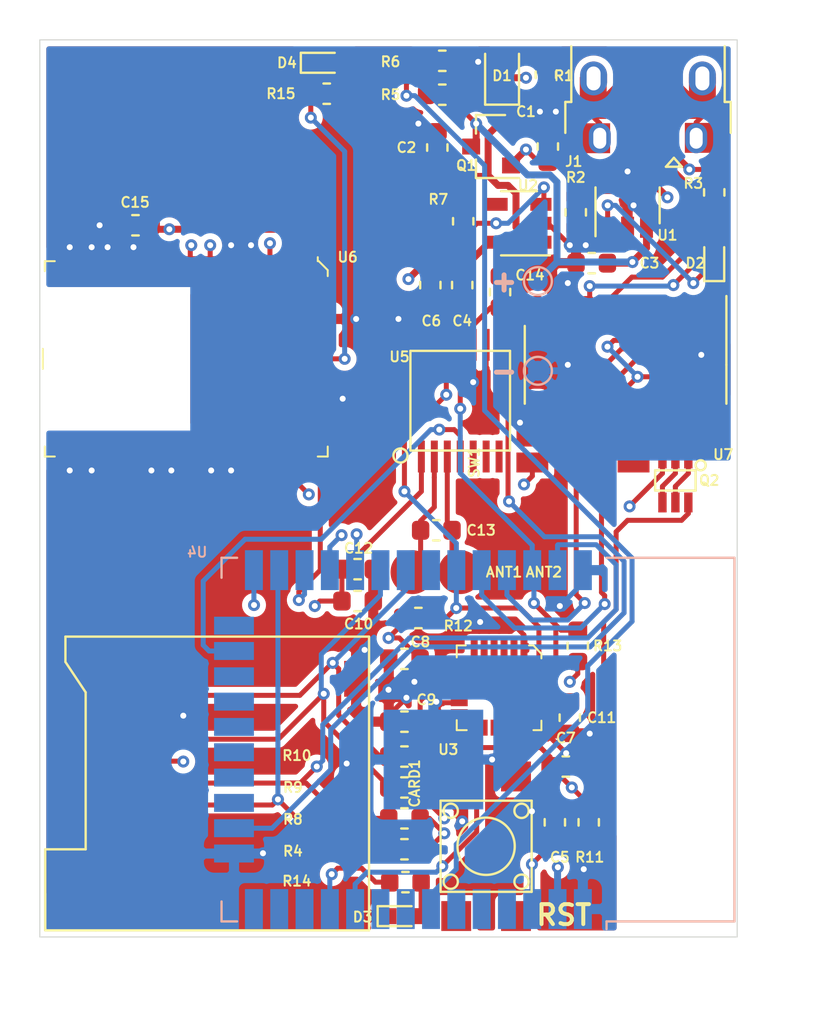
<source format=kicad_pcb>
(kicad_pcb (version 20171130) (host pcbnew "(5.1.5)-3")
  (layers (0 F.Cu signal) (1 GND power) (2 PWR power) (31 B.Cu signal) (34 B.Paste user hide) (35 F.Paste user hide) (36 B.SilkS user) (37 F.SilkS user) (38 B.Mask user) (39 F.Mask user) (44 Edge.Cuts user))
  (net 0 "")
  (net 1 GND)
  (net 2 +5V)
  (net 3 +BATT)
  (net 4 +3V3)
  (net 5 "Net-(CARD1-Pad1)")
  (net 6 4)
  (net 7 23)
  (net 8 18)
  (net 9 19)
  (net 10 "Net-(CARD1-Pad8)")
  (net 11 D-)
  (net 12 D+)
  (net 13 "Net-(J1-Pad4)")
  (net 14 SDA)
  (net 15 SCL)
  (net 16 12)
  (net 17 13)
  (net 18 14)
  (net 19 15)
  (net 20 RTS)
  (net 21 DTR)
  (net 22 0)
  (net 23 "Net-(U4-Pad4)")
  (net 24 "Net-(U4-Pad5)")
  (net 25 "Net-(U4-Pad6)")
  (net 26 "Net-(U4-Pad17)")
  (net 27 "Net-(U4-Pad9)")
  (net 28 ACC_INT)
  (net 29 "Net-(U4-Pad22)")
  (net 30 "Net-(U4-Pad21)")
  (net 31 "Net-(U4-Pad19)")
  (net 32 "Net-(U5-Pad5)")
  (net 33 "Net-(U5-Pad6)")
  (net 34 RX0)
  (net 35 TX0)
  (net 36 "Net-(U7-Pad7)")
  (net 37 "Net-(U7-Pad8)")
  (net 38 "Net-(D2-Pad1)")
  (net 39 "Net-(D2-Pad2)")
  (net 40 "Net-(R2-Pad1)")
  (net 41 "Net-(U7-Pad9)")
  (net 42 "Net-(U7-Pad10)")
  (net 43 "Net-(U7-Pad11)")
  (net 44 "Net-(U7-Pad12)")
  (net 45 "Net-(U7-Pad15)")
  (net 46 "Net-(D3-Pad2)")
  (net 47 5)
  (net 48 26)
  (net 49 27)
  (net 50 "Net-(C11-Pad1)")
  (net 51 RESET)
  (net 52 "Net-(RESET1-Pad2)")
  (net 53 "Net-(RESET1-Pad3)")
  (net 54 35)
  (net 55 "Net-(D4-Pad2)")
  (net 56 "Net-(SW1-Pad1)")
  (net 57 "Net-(J1-Pad6)")
  (net 58 "Net-(U6-Pad30)")
  (net 59 "Net-(U6-Pad28)")
  (net 60 "Net-(U6-Pad24)")
  (net 61 "Net-(U6-Pad23)")
  (net 62 "Net-(U6-Pad20)")
  (net 63 "Net-(U6-Pad16)")
  (net 64 "Net-(U6-Pad2)")
  (net 65 RX2)
  (net 66 TX2)
  (net 67 "Net-(U3-Pad4)")
  (net 68 ANT1)
  (net 69 ANT2)
  (net 70 "Net-(C2-Pad2)")
  (net 71 "Net-(C9-Pad1)")
  (net 72 "Net-(C14-Pad1)")
  (net 73 "Net-(R7-Pad1)")
  (net 74 "Net-(R15-Pad1)")
  (net 75 "Net-(U2-Pad4)")
  (net 76 "Net-(U3-Pad3)")
  (net 77 "Net-(U3-Pad5)")
  (net 78 "Net-(U3-Pad6)")
  (net 79 "Net-(U3-Pad2)")
  (net 80 "Net-(U3-Pad16)")
  (net 81 "Net-(U3-Pad17)")
  (net 82 "Net-(U3-Pad15)")
  (net 83 "Net-(U3-Pad14)")
  (net 84 "Net-(U3-Pad7)")
  (net 85 "Net-(U3-Pad22)")
  (net 86 "Net-(U3-Pad21)")
  (net 87 "Net-(U3-Pad19)")
  (net 88 "Net-(U4-Pad8)")
  (net 89 "Net-(U4-Pad18)")
  (net 90 "Net-(U4-Pad20)")
  (net 91 "Net-(U4-Pad32)")
  (net 92 "Net-(U5-Pad7)")
  (net 93 "Net-(U4-Pad24)")
  (module TestPoint:TestPoint_Pad_D1.0mm (layer B.Cu) (at 75 66.6)
    (fp_text reference - (at -1.7 0) (layer B.SilkS) (effects (font (thickness 0.25)) (justify mirror)))
    (fp_text value -)
    (pad 1 smd circle (at 0 0) (size 1 1) (layers B.Cu B.Mask) (net 1 GND))
  )
  (module TestPoint:TestPoint_Pad_D1.0mm (layer B.Cu) (at 75 62.1)
    (fp_text reference + (at -1.7 0) (layer B.SilkS) (effects (font (thickness 0.25)) (justify mirror)))
    (fp_text value +)
    (pad 1 smd circle (at 0 0) (size 1 1) (layers B.Cu B.Mask) (net 3 +BATT))
  )
  (module Capacitor_SMD:C_0603_1608Metric (layer F.Cu) (at 75.5 55.35 270)
    (fp_text reference C1 (at -1.75 1.1 180) (layer F.SilkS) (effects (font (size 0.5 0.5) (thickness 0.1))))
    (fp_text value 4.7yF)
    (pad 1 smd roundrect (at -0.7875 0 270) (size 0.875 0.95) (layers F.Cu F.Paste F.Mask) (net 1 GND))
    (pad 2 smd roundrect (at 0.7875 0 270) (size 0.875 0.95) (layers F.Cu F.Paste F.Mask) (net 2 +5V))
  )
  (module Capacitor_SMD:C_0603_1608Metric (layer F.Cu) (at 77.7 61.2)
    (fp_text reference C3 (at 2.9 0) (layer F.SilkS) (effects (font (size 0.5 0.5) (thickness 0.1))))
    (fp_text value 4.7yF)
    (pad 2 smd roundrect (at 0.7875 0) (size 0.875 0.95) (layers F.Cu F.Paste F.Mask) (net 3 +BATT))
    (pad 1 smd roundrect (at -0.7875 0) (size 0.875 0.95) (layers F.Cu F.Paste F.Mask) (net 1 GND))
  )
  (module Capacitor_SMD:C_0603_1608Metric (layer F.Cu) (at 69.95 55.4 270)
    (fp_text reference C2 (at 0 1.55 180) (layer F.SilkS) (effects (font (size 0.5 0.5) (thickness 0.1))))
    (fp_text value 1yF)
    (pad 1 smd roundrect (at -0.7875 0 270) (size 0.875 0.95) (layers F.Cu F.Paste F.Mask) (net 1 GND))
    (pad 2 smd roundrect (at 0.7875 0 270) (size 0.875 0.95) (layers F.Cu F.Paste F.Mask) (net 70 "Net-(C2-Pad2)"))
  )
  (module Capacitor_SMD:C_0603_1608Metric (layer F.Cu) (at 71.2 62.3 90)
    (fp_text reference C4 (at -1.8 0 180) (layer F.SilkS) (effects (font (size 0.5 0.5) (thickness 0.1))))
    (fp_text value 1yF)
    (pad 2 smd roundrect (at 0.7875 0 90) (size 0.875 0.95) (layers F.Cu F.Paste F.Mask) (net 4 +3V3))
    (pad 1 smd roundrect (at -0.7875 0 90) (size 0.875 0.95) (layers F.Cu F.Paste F.Mask) (net 1 GND))
  )
  (module Capacitor_SMD:C_0603_1608Metric (layer F.Cu) (at 69.6 62.3 90)
    (fp_text reference C6 (at -1.8 0.05 180) (layer F.SilkS) (effects (font (size 0.5 0.5) (thickness 0.1))))
    (fp_text value 10yF)
    (pad 1 smd roundrect (at -0.7875 0 90) (size 0.875 0.95) (layers F.Cu F.Paste F.Mask) (net 1 GND))
    (pad 2 smd roundrect (at 0.7875 0 90) (size 0.875 0.95) (layers F.Cu F.Paste F.Mask) (net 4 +3V3))
  )
  (module Capacitor_SMD:C_0603_1608Metric (layer F.Cu) (at 75.85 89.25 90)
    (fp_text reference C5 (at -1.75 0.25 180) (layer F.SilkS) (effects (font (size 0.5 0.5) (thickness 0.1))))
    (fp_text value 100nF)
    (pad 1 smd roundrect (at -0.7875 0 90) (size 0.875 0.95) (layers F.Cu F.Paste F.Mask) (net 51 RESET))
    (pad 2 smd roundrect (at 0.7875 0 90) (size 0.875 0.95) (layers F.Cu F.Paste F.Mask) (net 1 GND))
  )
  (module Capacitor_SMD:C_0603_1608Metric (layer F.Cu) (at 76.4 86.45)
    (fp_text reference C7 (at 0 -1.43) (layer F.SilkS) (effects (font (size 0.5 0.5) (thickness 0.1))))
    (fp_text value 0.1yF)
    (pad 2 smd roundrect (at 0.7875 0) (size 0.875 0.95) (layers F.Cu F.Paste F.Mask) (net 1 GND))
    (pad 1 smd roundrect (at -0.7875 0) (size 0.875 0.95) (layers F.Cu F.Paste F.Mask) (net 4 +3V3))
  )
  (module Capacitor_SMD:C_0603_1608Metric (layer F.Cu) (at 68.3 81.05)
    (fp_text reference C8 (at 0.8 -0.85) (layer F.SilkS) (effects (font (size 0.5 0.5) (thickness 0.1))))
    (fp_text value 10nF)
    (pad 1 smd roundrect (at -0.7875 0) (size 0.875 0.95) (layers F.Cu F.Paste F.Mask) (net 1 GND))
    (pad 2 smd roundrect (at 0.7875 0) (size 0.875 0.95) (layers F.Cu F.Paste F.Mask) (net 4 +3V3))
  )
  (module Capacitor_SMD:C_0603_1608Metric (layer F.Cu) (at 68.3 84.2 180)
    (fp_text reference C9 (at -1.1 1.1) (layer F.SilkS) (effects (font (size 0.5 0.5) (thickness 0.1))))
    (fp_text value 0.1yF)
    (pad 2 smd roundrect (at 0.7875 0 180) (size 0.875 0.95) (layers F.Cu F.Paste F.Mask) (net 1 GND))
    (pad 1 smd roundrect (at -0.7875 0 180) (size 0.875 0.95) (layers F.Cu F.Paste F.Mask) (net 71 "Net-(C9-Pad1)"))
  )
  (module Capacitor_SMD:C_0603_1608Metric (layer F.Cu) (at 76.6 84 270)
    (fp_text reference C11 (at 0 -1.6 180) (layer F.SilkS) (effects (font (size 0.5 0.5) (thickness 0.1))))
    (fp_text value 2.2nF)
    (pad 2 smd roundrect (at 0.7875 0 270) (size 0.875 0.95) (layers F.Cu F.Paste F.Mask) (net 1 GND))
    (pad 1 smd roundrect (at -0.7875 0 270) (size 0.875 0.95) (layers F.Cu F.Paste F.Mask) (net 50 "Net-(C11-Pad1)"))
  )
  (module Capacitor_SMD:C_0603_1608Metric (layer F.Cu) (at 54.8 59.3)
    (fp_text reference C15 (at -0.02 -1.15) (layer F.SilkS) (effects (font (size 0.5 0.5) (thickness 0.1))))
    (fp_text value 2.2yF)
    (pad 1 smd roundrect (at -0.7875 0) (size 0.875 0.95) (layers F.Cu F.Paste F.Mask) (net 1 GND))
    (pad 2 smd roundrect (at 0.7875 0) (size 0.875 0.95) (layers F.Cu F.Paste F.Mask) (net 4 +3V3))
  )
  (module unsurv_offline_pcb_footprints:TF-SMD_TF-101B (layer F.Cu) (at 58.65 87.3 270)
    (fp_text reference CARD1 (at 0 -10.16 90) (layer F.SilkS) (effects (font (size 0.5 0.5) (thickness 0.1))))
    (fp_text value TF-101B)
    (pad 1 smd rect (at 2.18 2.795 270) (size 0.8 1.5) (layers F.Cu F.Paste F.Mask) (net 5 "Net-(CARD1-Pad1)"))
    (pad 2 smd rect (at 1.08 2.795 270) (size 0.8 1.5) (layers F.Cu F.Paste F.Mask) (net 6 4))
    (pad 3 smd rect (at -0.02 2.795 270) (size 0.8 1.5) (layers F.Cu F.Paste F.Mask) (net 7 23))
    (pad 4 smd rect (at -1.12 2.795 270) (size 0.8 1.5) (layers F.Cu F.Paste F.Mask) (net 4 +3V3))
    (pad 5 smd rect (at -2.22 2.795 270) (size 0.8 1.5) (layers F.Cu F.Paste F.Mask) (net 8 18))
    (pad 6 smd rect (at -3.32 2.795 270) (size 0.8 1.5) (layers F.Cu F.Paste F.Mask) (net 1 GND))
    (pad 7 smd rect (at -4.42 2.795 270) (size 0.8 1.5) (layers F.Cu F.Paste F.Mask) (net 9 19))
    (pad 8 smd rect (at -5.52 2.795 270) (size 0.8 1.5) (layers F.Cu F.Paste F.Mask) (net 10 "Net-(CARD1-Pad8)"))
    (pad 9 smd rect (at -5.25 -7.225 90) (size 1.8 1.2) (layers F.Cu F.Paste F.Mask) (net 1 GND))
    (pad 10 smd rect (at 0.5 -7.225 90) (size 1.8 1.2) (layers F.Cu F.Paste F.Mask) (net 1 GND))
    (pad 11 smd rect (at 6.76 7.225 90) (size 1.3 1.9) (layers F.Cu F.Paste F.Mask) (net 1 GND))
    (pad 12 smd rect (at -6.76 6.205 90) (size 1.3 1.9) (layers F.Cu F.Paste F.Mask) (net 1 GND))
  )
  (module Diode_SMD:D_SOD-323 (layer F.Cu) (at 73.2 51.75 90)
    (fp_text reference D1 (at -0.05 0 180) (layer F.SilkS) (effects (font (size 0.5 0.5) (thickness 0.1))))
    (fp_text value D_Schottky)
    (pad 1 smd rect (at -1.05 0 90) (size 0.6 0.45) (layers F.Cu F.Paste F.Mask) (net 70 "Net-(C2-Pad2)"))
    (pad 2 smd rect (at 1.05 0 90) (size 0.6 0.45) (layers F.Cu F.Paste F.Mask) (net 2 +5V))
  )
  (module digikey-footprints:LED_0603 (layer F.Cu) (at 83.85 60.8 90)
    (fp_text reference D2 (at -0.4 -0.95 180) (layer F.SilkS) (effects (font (size 0.5 0.5) (thickness 0.1))))
    (fp_text value LED)
    (pad 2 smd rect (at 0.75 0 90) (size 0.8 0.8) (layers F.Cu F.Paste F.Mask) (net 39 "Net-(D2-Pad2)"))
    (pad 1 smd rect (at -0.75 0 90) (size 0.8 0.8) (layers F.Cu F.Paste F.Mask) (net 38 "Net-(D2-Pad1)"))
  )
  (module digikey-footprints:LED_0603 (layer F.Cu) (at 68.255001 93.955001)
    (fp_text reference D3 (at -2.055001 0.044999) (layer F.SilkS) (effects (font (size 0.5 0.5) (thickness 0.1))))
    (fp_text value LED)
    (pad 1 smd rect (at -0.75 0) (size 0.8 0.8) (layers F.Cu F.Paste F.Mask) (net 1 GND))
    (pad 2 smd rect (at 0.75 0) (size 0.8 0.8) (layers F.Cu F.Paste F.Mask) (net 46 "Net-(D3-Pad2)"))
  )
  (module digikey-footprints:LED_0603 (layer F.Cu) (at 64.4 51.15)
    (fp_text reference D4 (at -2 0) (layer F.SilkS) (effects (font (size 0.5 0.5) (thickness 0.1))))
    (fp_text value LED)
    (pad 1 smd rect (at -0.75 0) (size 0.8 0.8) (layers F.Cu F.Paste F.Mask) (net 1 GND))
    (pad 2 smd rect (at 0.75 0) (size 0.8 0.8) (layers F.Cu F.Paste F.Mask) (net 55 "Net-(D4-Pad2)"))
  )
  (module Connector_USB:USB_Micro-B_Amphenol_10103594-0001LF_Horizontal (layer F.Cu) (at 80.5 53.05 180)
    (fp_text reference J1 (at 3.7 -3.05) (layer F.SilkS) (effects (font (size 0.5 0.5) (thickness 0.1))))
    (fp_text value USB_B_Micro)
    (pad 6 smd rect (at 2.725 0.185 180) (size 1.35 2) (layers F.Cu F.Paste F.Mask) (net 57 "Net-(J1-Pad6)"))
    (pad 6 smd rect (at -2.755 0.185 180) (size 1.35 2) (layers F.Cu F.Paste F.Mask) (net 57 "Net-(J1-Pad6)"))
    (pad 6 smd rect (at -2.975 -0.565 180) (size 1.825 0.7) (layers F.Cu F.Paste F.Mask) (net 57 "Net-(J1-Pad6)"))
    (pad 6 smd rect (at 2.975 -0.565 180) (size 1.825 0.7) (layers F.Cu F.Paste F.Mask) (net 57 "Net-(J1-Pad6)"))
    (pad 6 smd rect (at -2.875 -1.865 180) (size 2 1.5) (layers F.Cu F.Paste F.Mask) (net 57 "Net-(J1-Pad6)"))
    (pad 6 smd rect (at 2.875 -1.885 180) (size 2 1.5) (layers F.Cu F.Paste F.Mask) (net 57 "Net-(J1-Pad6)"))
    (pad 1 smd rect (at -1.325 -1.765 270) (size 1.65 0.4) (layers F.Cu F.Paste F.Mask) (net 2 +5V))
    (pad 2 smd rect (at -0.675 -1.765 270) (size 1.65 0.4) (layers F.Cu F.Paste F.Mask) (net 11 D-))
    (pad 3 smd rect (at -0.025 -1.765 270) (size 1.65 0.4) (layers F.Cu F.Paste F.Mask) (net 12 D+))
    (pad 4 smd rect (at 0.625 -1.765 270) (size 1.65 0.4) (layers F.Cu F.Paste F.Mask) (net 13 "Net-(J1-Pad4)"))
    (pad 5 smd rect (at 1.275 -1.765 270) (size 1.65 0.4) (layers F.Cu F.Paste F.Mask) (net 1 GND))
    (pad 6 thru_hole oval (at -2.445 -1.885 270) (size 1.5 1.1) (drill oval 1.05 0.65) (layers *.Cu *.Mask) (net 57 "Net-(J1-Pad6)"))
    (pad 6 thru_hole oval (at 2.395 -1.885 270) (size 1.5 1.1) (drill oval 1.05 0.65) (layers *.Cu *.Mask) (net 57 "Net-(J1-Pad6)"))
    (pad 6 thru_hole oval (at -2.755 1.115 270) (size 1.7 1.35) (drill oval 1.2 0.7) (layers *.Cu *.Mask) (net 57 "Net-(J1-Pad6)"))
    (pad 6 thru_hole oval (at 2.705 1.115 270) (size 1.7 1.35) (drill oval 1.2 0.7) (layers *.Cu *.Mask) (net 57 "Net-(J1-Pad6)"))
    (pad 6 smd rect (at -0.985 1.385 270) (size 2.5 1.43) (layers F.Cu F.Paste F.Mask) (net 57 "Net-(J1-Pad6)"))
    (pad 6 smd rect (at 0.935 1.385 270) (size 2.5 1.43) (layers F.Cu F.Paste F.Mask) (net 57 "Net-(J1-Pad6)"))
  )
  (module Package_TO_SOT_SMD:SOT-23 (layer F.Cu) (at 72.65 55.35 180)
    (fp_text reference Q1 (at 1.25 -0.95) (layer F.SilkS) (effects (font (size 0.5 0.5) (thickness 0.1))))
    (fp_text value Q_PMOS_GSD)
    (pad 1 smd rect (at -1 -0.95 180) (size 0.9 0.8) (layers F.Cu F.Paste F.Mask) (net 2 +5V))
    (pad 2 smd rect (at -1 0.95 180) (size 0.9 0.8) (layers F.Cu F.Paste F.Mask) (net 70 "Net-(C2-Pad2)"))
    (pad 3 smd rect (at 1 0 180) (size 0.9 0.8) (layers F.Cu F.Paste F.Mask) (net 3 +BATT))
  )
  (module unsurv_offline_pcb_footprints:UMH3N (layer F.Cu) (at 81.9 72.1 180)
    (fp_text reference Q2 (at -1.7 0) (layer F.SilkS) (effects (font (size 0.5 0.5) (thickness 0.1))))
    (fp_text value UMH3N)
    (pad 1 smd rect (at -0.65 1.105) (size 0.42 1) (layers F.Cu F.Paste F.Mask) (net 20 RTS))
    (pad 2 smd rect (at 0 1.105) (size 0.42 1) (layers F.Cu F.Paste F.Mask) (net 21 DTR))
    (pad 3 smd rect (at 0.65 1.105) (size 0.42 1) (layers F.Cu F.Paste F.Mask) (net 22 0))
    (pad 4 smd rect (at 0.65 -1.105) (size 0.42 1) (layers F.Cu F.Paste F.Mask) (net 21 DTR))
    (pad 5 smd rect (at 0 -1.105) (size 0.42 1) (layers F.Cu F.Paste F.Mask) (net 20 RTS))
    (pad 6 smd rect (at -0.65 -1.105) (size 0.42 1) (layers F.Cu F.Paste F.Mask) (net 51 RESET))
  )
  (module Resistor_SMD:R_0603_1608Metric (layer F.Cu) (at 75.4 51.75 90)
    (fp_text reference R1 (at -0.05 0.9 180) (layer F.SilkS) (effects (font (size 0.5 0.5) (thickness 0.1))))
    (fp_text value 10k)
    (pad 2 smd roundrect (at 0.7875 0 90) (size 0.875 0.95) (layers F.Cu F.Paste F.Mask) (net 2 +5V))
    (pad 1 smd roundrect (at -0.7875 0 90) (size 0.875 0.95) (layers F.Cu F.Paste F.Mask) (net 1 GND))
  )
  (module Resistor_SMD:R_0603_1608Metric (layer F.Cu) (at 76.9 58.65 270)
    (fp_text reference R2 (at -1.75 0 180) (layer F.SilkS) (effects (font (size 0.5 0.5) (thickness 0.1))))
    (fp_text value 10k)
    (pad 2 smd roundrect (at 0.7875 0 270) (size 0.875 0.95) (layers F.Cu F.Paste F.Mask) (net 1 GND))
    (pad 1 smd roundrect (at -0.7875 0 270) (size 0.875 0.95) (layers F.Cu F.Paste F.Mask) (net 40 "Net-(R2-Pad1)"))
  )
  (module Resistor_SMD:R_0603_1608Metric (layer F.Cu) (at 83.85 57.65 90)
    (fp_text reference R3 (at 0.45 -1.05 180) (layer F.SilkS) (effects (font (size 0.5 0.5) (thickness 0.1))))
    (fp_text value 1k)
    (pad 1 smd roundrect (at -0.7875 0 90) (size 0.875 0.95) (layers F.Cu F.Paste F.Mask) (net 39 "Net-(D2-Pad2)"))
    (pad 2 smd roundrect (at 0.7875 0 90) (size 0.875 0.95) (layers F.Cu F.Paste F.Mask) (net 2 +5V))
  )
  (module Resistor_SMD:R_0603_1608Metric (layer F.Cu) (at 68.3 90.6 180)
    (fp_text reference R4 (at 5.6 -0.1) (layer F.SilkS) (effects (font (size 0.5 0.5) (thickness 0.1))))
    (fp_text value 10k)
    (pad 2 smd roundrect (at 0.7875 0 180) (size 0.875 0.95) (layers F.Cu F.Paste F.Mask) (net 6 4))
    (pad 1 smd roundrect (at -0.7875 0 180) (size 0.875 0.95) (layers F.Cu F.Paste F.Mask) (net 4 +3V3))
  )
  (module Resistor_SMD:R_0603_1608Metric (layer F.Cu) (at 68.3 89.05 180)
    (fp_text reference R8 (at 5.6 -0.05) (layer F.SilkS) (effects (font (size 0.5 0.5) (thickness 0.1))))
    (fp_text value 10k)
    (pad 2 smd roundrect (at 0.7875 0 180) (size 0.875 0.95) (layers F.Cu F.Paste F.Mask) (net 7 23))
    (pad 1 smd roundrect (at -0.7875 0 180) (size 0.875 0.95) (layers F.Cu F.Paste F.Mask) (net 4 +3V3))
  )
  (module Resistor_SMD:R_0603_1608Metric (layer F.Cu) (at 68.3 87.5 180)
    (fp_text reference R9 (at 5.6 0) (layer F.SilkS) (effects (font (size 0.5 0.5) (thickness 0.1))))
    (fp_text value 10k)
    (pad 1 smd roundrect (at -0.7875 0 180) (size 0.875 0.95) (layers F.Cu F.Paste F.Mask) (net 4 +3V3))
    (pad 2 smd roundrect (at 0.7875 0 180) (size 0.875 0.95) (layers F.Cu F.Paste F.Mask) (net 8 18))
  )
  (module Resistor_SMD:R_0603_1608Metric (layer F.Cu) (at 68.3 85.95 180)
    (fp_text reference R10 (at 5.4 0.05) (layer F.SilkS) (effects (font (size 0.5 0.5) (thickness 0.1))))
    (fp_text value 10k)
    (pad 2 smd roundrect (at 0.7875 0 180) (size 0.875 0.95) (layers F.Cu F.Paste F.Mask) (net 9 19))
    (pad 1 smd roundrect (at -0.7875 0 180) (size 0.875 0.95) (layers F.Cu F.Paste F.Mask) (net 4 +3V3))
  )
  (module Resistor_SMD:R_0603_1608Metric (layer F.Cu) (at 77.55 89.25 270)
    (fp_text reference R11 (at 1.75 -0.05 180) (layer F.SilkS) (effects (font (size 0.5 0.5) (thickness 0.1))))
    (fp_text value 10k)
    (pad 1 smd roundrect (at -0.7875 0 270) (size 0.875 0.95) (layers F.Cu F.Paste F.Mask) (net 4 +3V3))
    (pad 2 smd roundrect (at 0.7875 0 270) (size 0.875 0.95) (layers F.Cu F.Paste F.Mask) (net 51 RESET))
  )
  (module Resistor_SMD:R_0603_1608Metric (layer F.Cu) (at 71.25 59.1 90)
    (fp_text reference R7 (at 1.1 -1.25 180) (layer F.SilkS) (effects (font (size 0.5 0.5) (thickness 0.1))))
    (fp_text value 100k)
    (pad 2 smd roundrect (at 0.7875 0 90) (size 0.875 0.95) (layers F.Cu F.Paste F.Mask) (net 70 "Net-(C2-Pad2)"))
    (pad 1 smd roundrect (at -0.7875 0 90) (size 0.875 0.95) (layers F.Cu F.Paste F.Mask) (net 73 "Net-(R7-Pad1)"))
  )
  (module Resistor_SMD:R_0603_1608Metric (layer F.Cu) (at 69 79)
    (fp_text reference R12 (at 2 0.4) (layer F.SilkS) (effects (font (size 0.5 0.5) (thickness 0.1))))
    (fp_text value 4.7k)
    (pad 1 smd roundrect (at -0.7875 0) (size 0.875 0.95) (layers F.Cu F.Paste F.Mask) (net 4 +3V3))
    (pad 2 smd roundrect (at 0.7875 0) (size 0.875 0.95) (layers F.Cu F.Paste F.Mask) (net 14 SDA))
  )
  (module Resistor_SMD:R_0603_1608Metric (layer F.Cu) (at 77 80.4 90)
    (fp_text reference R13 (at 0 1.5 180) (layer F.SilkS) (effects (font (size 0.5 0.5) (thickness 0.1))))
    (fp_text value 4.7k)
    (pad 2 smd roundrect (at 0.7875 0 90) (size 0.875 0.95) (layers F.Cu F.Paste F.Mask) (net 15 SCL))
    (pad 1 smd roundrect (at -0.7875 0 90) (size 0.875 0.95) (layers F.Cu F.Paste F.Mask) (net 4 +3V3))
  )
  (module Resistor_SMD:R_0603_1608Metric (layer F.Cu) (at 68.35 92.25)
    (fp_text reference R14 (at -5.45 -0.05) (layer F.SilkS) (effects (font (size 0.5 0.5) (thickness 0.1))))
    (fp_text value 1k)
    (pad 1 smd roundrect (at -0.7875 0) (size 0.875 0.95) (layers F.Cu F.Paste F.Mask) (net 48 26))
    (pad 2 smd roundrect (at 0.7875 0) (size 0.875 0.95) (layers F.Cu F.Paste F.Mask) (net 46 "Net-(D3-Pad2)"))
  )
  (module Resistor_SMD:R_0603_1608Metric (layer F.Cu) (at 70.2 52.75 180)
    (fp_text reference R5 (at 2.6 0) (layer F.SilkS) (effects (font (size 0.5 0.5) (thickness 0.1))))
    (fp_text value 100k)
    (pad 1 smd roundrect (at -0.7875 0 180) (size 0.875 0.95) (layers F.Cu F.Paste F.Mask) (net 3 +BATT))
    (pad 2 smd roundrect (at 0.7875 0 180) (size 0.875 0.95) (layers F.Cu F.Paste F.Mask) (net 54 35))
  )
  (module Resistor_SMD:R_0603_1608Metric (layer F.Cu) (at 70.2 51.05)
    (fp_text reference R6 (at -2.6 0.05) (layer F.SilkS) (effects (font (size 0.5 0.5) (thickness 0.1))))
    (fp_text value 100k)
    (pad 2 smd roundrect (at 0.7875 0) (size 0.875 0.95) (layers F.Cu F.Paste F.Mask) (net 1 GND))
    (pad 1 smd roundrect (at -0.7875 0) (size 0.875 0.95) (layers F.Cu F.Paste F.Mask) (net 54 35))
  )
  (module Resistor_SMD:R_0603_1608Metric (layer F.Cu) (at 64.4 52.7)
    (fp_text reference R15 (at -2.3 0) (layer F.SilkS) (effects (font (size 0.5 0.5) (thickness 0.1))))
    (fp_text value 1k)
    (pad 1 smd roundrect (at -0.7875 0) (size 0.875 0.95) (layers F.Cu F.Paste F.Mask) (net 74 "Net-(R15-Pad1)"))
    (pad 2 smd roundrect (at 0.7875 0) (size 0.875 0.95) (layers F.Cu F.Paste F.Mask) (net 55 "Net-(D4-Pad2)"))
  )
  (module "unsurv_offline_pcb_footprints:2x2 Switch" (layer F.Cu) (at 72.4 90.45 180)
    (fp_text reference RST (at -3.9 -3.45) (layer F.SilkS) (effects (font (thickness 0.2))))
    (fp_text value 2x2_switch)
    (pad 3 smd rect (at 1.5 -3.5 180) (size 1.5 1.5) (layers F.Cu F.Paste F.Mask) (net 53 "Net-(RESET1-Pad3)"))
    (pad 4 smd rect (at 1.5 3.5 180) (size 1.5 1.5) (layers F.Cu F.Paste F.Mask) (net 1 GND))
    (pad 1 smd rect (at -1.5 -3.5 180) (size 1.5 1.5) (layers F.Cu F.Paste F.Mask) (net 51 RESET))
    (pad 2 smd rect (at -1.5 3.5 180) (size 1.5 1.5) (layers F.Cu F.Paste F.Mask) (net 52 "Net-(RESET1-Pad2)"))
  )
  (module unsurv_offline_pcb_footprints:CHS-01TA (layer F.Cu) (at 79.8 71.2 90)
    (fp_text reference SW1 (at 0 -8 90) (layer F.SilkS) (effects (font (size 0.5 0.5) (thickness 0.1))))
    (fp_text value SW_DIP_x01)
    (pad 1 smd rect (at 0 0 90) (size 1 1.6) (layers F.Cu F.Paste F.Mask) (net 56 "Net-(SW1-Pad1)"))
    (pad 2 smd rect (at 0 -5.08 90) (size 1 1.6) (layers F.Cu F.Paste F.Mask) (net 4 +3V3))
  )
  (module Package_TO_SOT_SMD:SOT-23-5 (layer F.Cu) (at 79.5 58.3 90)
    (fp_text reference U1 (at -1.5 2 180) (layer F.SilkS) (effects (font (size 0.5 0.5) (thickness 0.1))))
    (fp_text value MCP73831-2-OT)
    (pad 1 smd rect (at -1.1 -0.95 90) (size 1.06 0.65) (layers F.Cu F.Paste F.Mask) (net 38 "Net-(D2-Pad1)"))
    (pad 2 smd rect (at -1.1 0 90) (size 1.06 0.65) (layers F.Cu F.Paste F.Mask) (net 1 GND))
    (pad 3 smd rect (at -1.1 0.95 90) (size 1.06 0.65) (layers F.Cu F.Paste F.Mask) (net 3 +BATT))
    (pad 4 smd rect (at 1.1 0.95 90) (size 1.06 0.65) (layers F.Cu F.Paste F.Mask) (net 2 +5V))
    (pad 5 smd rect (at 1.1 -0.95 90) (size 1.06 0.65) (layers F.Cu F.Paste F.Mask) (net 40 "Net-(R2-Pad1)"))
  )
  (module Package_TO_SOT_SMD:SOT-23-5 (layer F.Cu) (at 74.05 59.2 180)
    (fp_text reference U2 (at -0.45 1.9) (layer F.SilkS) (effects (font (size 0.5 0.5) (thickness 0.1))))
    (fp_text value AP2112K-3.3)
    (pad 5 smd rect (at 1.1 -0.95 180) (size 1.06 0.65) (layers F.Cu F.Paste F.Mask) (net 4 +3V3))
    (pad 4 smd rect (at 1.1 0.95 180) (size 1.06 0.65) (layers F.Cu F.Paste F.Mask) (net 75 "Net-(U2-Pad4)"))
    (pad 3 smd rect (at -1.1 0.95 180) (size 1.06 0.65) (layers F.Cu F.Paste F.Mask) (net 73 "Net-(R7-Pad1)"))
    (pad 2 smd rect (at -1.1 0 180) (size 1.06 0.65) (layers F.Cu F.Paste F.Mask) (net 1 GND))
    (pad 1 smd rect (at -1.1 -0.95 180) (size 1.06 0.65) (layers F.Cu F.Paste F.Mask) (net 70 "Net-(C2-Pad2)"))
  )
  (module digikey-footprints:QFN-24-1EP_4x4mm (layer F.Cu) (at 73.05 82.5 270)
    (fp_text reference U3 (at 3.1 2.55 180) (layer F.SilkS) (effects (font (size 0.5 0.5) (thickness 0.1))))
    (fp_text value MPU-6050_NRND)
    (pad 3 smd rect (at -2 -0.25 270) (size 0.8 0.35) (layers F.Cu F.Paste F.Mask) (net 76 "Net-(U3-Pad3)"))
    (pad 4 smd rect (at -2 0.25 270) (size 0.8 0.35) (layers F.Cu F.Paste F.Mask) (net 67 "Net-(U3-Pad4)"))
    (pad 5 smd rect (at -2 0.75 270) (size 0.8 0.35) (layers F.Cu F.Paste F.Mask) (net 77 "Net-(U3-Pad5)"))
    (pad 6 smd rect (at -2 1.25 270) (size 0.8 0.35) (layers F.Cu F.Paste F.Mask) (net 78 "Net-(U3-Pad6)"))
    (pad 2 smd rect (at -2 -0.75 270) (size 0.8 0.35) (layers F.Cu F.Paste F.Mask) (net 79 "Net-(U3-Pad2)"))
    (pad 1 smd rect (at -2 -1.25 270) (size 0.8 0.35) (layers F.Cu F.Paste F.Mask) (net 1 GND))
    (pad 16 smd rect (at 2 -0.25 270) (size 0.8 0.35) (layers F.Cu F.Paste F.Mask) (net 80 "Net-(U3-Pad16)"))
    (pad 17 smd rect (at 2 -0.75 270) (size 0.8 0.35) (layers F.Cu F.Paste F.Mask) (net 81 "Net-(U3-Pad17)"))
    (pad 18 smd rect (at 2 -1.25 270) (size 0.8 0.35) (layers F.Cu F.Paste F.Mask) (net 1 GND))
    (pad 15 smd rect (at 2 0.25 270) (size 0.8 0.35) (layers F.Cu F.Paste F.Mask) (net 82 "Net-(U3-Pad15)"))
    (pad 14 smd rect (at 2 0.75 270) (size 0.8 0.35) (layers F.Cu F.Paste F.Mask) (net 83 "Net-(U3-Pad14)"))
    (pad 13 smd rect (at 2 1.25 270) (size 0.8 0.35) (layers F.Cu F.Paste F.Mask) (net 4 +3V3))
    (pad 9 smd rect (at -0.25 2 270) (size 0.35 0.85) (layers F.Cu F.Paste F.Mask) (net 1 GND))
    (pad 8 smd rect (at -0.75 2 270) (size 0.35 0.85) (layers F.Cu F.Paste F.Mask) (net 4 +3V3))
    (pad 7 smd rect (at -1.25 2 270) (size 0.35 0.85) (layers F.Cu F.Paste F.Mask) (net 84 "Net-(U3-Pad7)"))
    (pad 10 smd rect (at 0.25 2 270) (size 0.35 0.85) (layers F.Cu F.Paste F.Mask) (net 71 "Net-(C9-Pad1)"))
    (pad 11 smd rect (at 0.75 2 270) (size 0.35 0.85) (layers F.Cu F.Paste F.Mask) (net 1 GND))
    (pad 12 smd rect (at 1.25 2 270) (size 0.35 0.85) (layers F.Cu F.Paste F.Mask) (net 28 ACC_INT))
    (pad 22 smd rect (at -0.25 -2 270) (size 0.35 0.85) (layers F.Cu F.Paste F.Mask) (net 85 "Net-(U3-Pad22)"))
    (pad 21 smd rect (at 0.25 -2 270) (size 0.35 0.85) (layers F.Cu F.Paste F.Mask) (net 86 "Net-(U3-Pad21)"))
    (pad 20 smd rect (at 0.75 -2 270) (size 0.35 0.85) (layers F.Cu F.Paste F.Mask) (net 50 "Net-(C11-Pad1)"))
    (pad 19 smd rect (at 1.25 -2 270) (size 0.35 0.85) (layers F.Cu F.Paste F.Mask) (net 87 "Net-(U3-Pad19)"))
    (pad 23 smd rect (at -0.75 -2 270) (size 0.35 0.85) (layers F.Cu F.Paste F.Mask) (net 15 SCL))
    (pad 24 smd rect (at -1.25 -2 270) (size 0.35 0.85) (layers F.Cu F.Paste F.Mask) (net 14 SDA))
  )
  (module RF_Module:ESP32-WROOM-32 (layer B.Cu) (at 69 85.1 90)
    (fp_text reference U4 (at 9.4 -11.1 180) (layer B.SilkS) (effects (font (size 0.5 0.5) (thickness 0.1)) (justify mirror)))
    (fp_text value ESP32-WROOM-32)
    (pad 39 smd rect (at -1 0.755 90) (size 5 5) (layers B.Cu B.Paste B.Mask) (net 1 GND))
    (pad 1 smd rect (at -8.5 8.255 90) (size 2 0.9) (layers B.Cu B.Paste B.Mask) (net 1 GND))
    (pad 2 smd rect (at -8.5 6.985 90) (size 2 0.9) (layers B.Cu B.Paste B.Mask) (net 4 +3V3))
    (pad 3 smd rect (at -8.5 5.715 90) (size 2 0.9) (layers B.Cu B.Paste B.Mask) (net 51 RESET))
    (pad 4 smd rect (at -8.5 4.445 90) (size 2 0.9) (layers B.Cu B.Paste B.Mask) (net 23 "Net-(U4-Pad4)"))
    (pad 5 smd rect (at -8.5 3.175 90) (size 2 0.9) (layers B.Cu B.Paste B.Mask) (net 24 "Net-(U4-Pad5)"))
    (pad 6 smd rect (at -8.5 1.905 90) (size 2 0.9) (layers B.Cu B.Paste B.Mask) (net 25 "Net-(U4-Pad6)"))
    (pad 7 smd rect (at -8.5 0.635 90) (size 2 0.9) (layers B.Cu B.Paste B.Mask) (net 54 35))
    (pad 8 smd rect (at -8.5 -0.635 90) (size 2 0.9) (layers B.Cu B.Paste B.Mask) (net 88 "Net-(U4-Pad8)"))
    (pad 9 smd rect (at -8.5 -1.905 90) (size 2 0.9) (layers B.Cu B.Paste B.Mask) (net 27 "Net-(U4-Pad9)"))
    (pad 10 smd rect (at -8.5 -3.175 90) (size 2 0.9) (layers B.Cu B.Paste B.Mask) (net 28 ACC_INT))
    (pad 11 smd rect (at -8.5 -4.445 90) (size 2 0.9) (layers B.Cu B.Paste B.Mask) (net 48 26))
    (pad 12 smd rect (at -8.5 -5.715 90) (size 2 0.9) (layers B.Cu B.Paste B.Mask) (net 49 27))
    (pad 13 smd rect (at -8.5 -6.985 90) (size 2 0.9) (layers B.Cu B.Paste B.Mask) (net 18 14))
    (pad 14 smd rect (at -8.5 -8.255 90) (size 2 0.9) (layers B.Cu B.Paste B.Mask) (net 16 12))
    (pad 15 smd rect (at -5.715 -9.255) (size 2 0.9) (layers B.Cu B.Paste B.Mask) (net 1 GND))
    (pad 16 smd rect (at -4.445 -9.255) (size 2 0.9) (layers B.Cu B.Paste B.Mask) (net 17 13))
    (pad 17 smd rect (at -3.175 -9.255) (size 2 0.9) (layers B.Cu B.Paste B.Mask) (net 26 "Net-(U4-Pad17)"))
    (pad 18 smd rect (at -1.905 -9.255) (size 2 0.9) (layers B.Cu B.Paste B.Mask) (net 89 "Net-(U4-Pad18)"))
    (pad 19 smd rect (at -0.635 -9.255) (size 2 0.9) (layers B.Cu B.Paste B.Mask) (net 31 "Net-(U4-Pad19)"))
    (pad 20 smd rect (at 0.635 -9.255) (size 2 0.9) (layers B.Cu B.Paste B.Mask) (net 90 "Net-(U4-Pad20)"))
    (pad 21 smd rect (at 1.905 -9.255) (size 2 0.9) (layers B.Cu B.Paste B.Mask) (net 30 "Net-(U4-Pad21)"))
    (pad 22 smd rect (at 3.175 -9.255) (size 2 0.9) (layers B.Cu B.Paste B.Mask) (net 29 "Net-(U4-Pad22)"))
    (pad 23 smd rect (at 4.445 -9.255) (size 2 0.9) (layers B.Cu B.Paste B.Mask) (net 19 15))
    (pad 24 smd rect (at 5.715 -9.255) (size 2 0.9) (layers B.Cu B.Paste B.Mask) (net 93 "Net-(U4-Pad24)"))
    (pad 25 smd rect (at 8.5 -8.255 90) (size 2 0.9) (layers B.Cu B.Paste B.Mask) (net 22 0))
    (pad 26 smd rect (at 8.5 -6.985 90) (size 2 0.9) (layers B.Cu B.Paste B.Mask) (net 6 4))
    (pad 27 smd rect (at 8.5 -5.715 90) (size 2 0.9) (layers B.Cu B.Paste B.Mask) (net 65 RX2))
    (pad 28 smd rect (at 8.5 -4.445 90) (size 2 0.9) (layers B.Cu B.Paste B.Mask) (net 66 TX2))
    (pad 29 smd rect (at 8.5 -3.175 90) (size 2 0.9) (layers B.Cu B.Paste B.Mask) (net 47 5))
    (pad 30 smd rect (at 8.5 -1.905 90) (size 2 0.9) (layers B.Cu B.Paste B.Mask) (net 8 18))
    (pad 31 smd rect (at 8.5 -0.635 90) (size 2 0.9) (layers B.Cu B.Paste B.Mask) (net 9 19))
    (pad 32 smd rect (at 8.5 0.635 90) (size 2 0.9) (layers B.Cu B.Paste B.Mask) (net 91 "Net-(U4-Pad32)"))
    (pad 33 smd rect (at 8.5 1.905 90) (size 2 0.9) (layers B.Cu B.Paste B.Mask) (net 14 SDA))
    (pad 34 smd rect (at 8.5 3.175 90) (size 2 0.9) (layers B.Cu B.Paste B.Mask) (net 34 RX0))
    (pad 35 smd rect (at 8.5 4.445 90) (size 2 0.9) (layers B.Cu B.Paste B.Mask) (net 35 TX0))
    (pad 36 smd rect (at 8.5 5.715 90) (size 2 0.9) (layers B.Cu B.Paste B.Mask) (net 15 SCL))
    (pad 37 smd rect (at 8.5 6.985 90) (size 2 0.9) (layers B.Cu B.Paste B.Mask) (net 7 23))
    (pad 38 smd rect (at 8.5 8.255 90) (size 2 0.9) (layers B.Cu B.Paste B.Mask) (net 1 GND))
  )
  (module digikey-footprints:GPS_Module_CAM-M8C-0 (layer F.Cu) (at 57.55 66 270)
    (fp_text reference U6 (at -5.1 -7.9 180) (layer F.SilkS) (effects (font (size 0.5 0.5) (thickness 0.1))))
    (fp_text value CAM-M8C-0-10)
    (pad 1 smd rect (at -4.4 -6 270) (size 1.5 0.7) (layers F.Cu F.Paste F.Mask) (net 4 +3V3))
    (pad 2 smd rect (at -4.4 -5 270) (size 1.5 0.7) (layers F.Cu F.Paste F.Mask) (net 64 "Net-(U6-Pad2)"))
    (pad 3 smd rect (at -4.4 -4 270) (size 1.5 0.7) (layers F.Cu F.Paste F.Mask) (net 14 SDA))
    (pad 4 smd rect (at -4.4 -3 270) (size 1.5 0.7) (layers F.Cu F.Paste F.Mask) (net 1 GND))
    (pad 5 smd rect (at -4.4 -2 270) (size 1.5 0.7) (layers F.Cu F.Paste F.Mask) (net 1 GND))
    (pad 6 smd rect (at -4.4 -1 270) (size 1.5 0.7) (layers F.Cu F.Paste F.Mask) (net 15 SCL))
    (pad 7 smd rect (at -4.4 0 270) (size 1.5 0.7) (layers F.Cu F.Paste F.Mask) (net 47 5))
    (pad 8 smd rect (at -4.4 1 270) (size 1.5 0.7) (layers F.Cu F.Paste F.Mask) (net 4 +3V3))
    (pad 9 smd rect (at -4.4 2 270) (size 1.5 0.7) (layers F.Cu F.Paste F.Mask) (net 4 +3V3))
    (pad 10 smd rect (at -4.4 3 270) (size 1.5 0.7) (layers F.Cu F.Paste F.Mask) (net 1 GND))
    (pad 11 smd rect (at -4.4 4 270) (size 1.5 0.7) (layers F.Cu F.Paste F.Mask) (net 1 GND))
    (pad 12 smd rect (at -4.4 5 270) (size 1.5 0.7) (layers F.Cu F.Paste F.Mask) (net 1 GND))
    (pad 13 smd rect (at -4.4 6.15 270) (size 1.5 1) (layers F.Cu F.Paste F.Mask) (net 1 GND))
    (pad 14 smd rect (at 4.4 6.15 270) (size 1.5 1) (layers F.Cu F.Paste F.Mask) (net 1 GND))
    (pad 15 smd rect (at 4.4 5 270) (size 1.5 0.7) (layers F.Cu F.Paste F.Mask) (net 1 GND))
    (pad 16 smd rect (at 4.4 4 270) (size 1.5 0.7) (layers F.Cu F.Paste F.Mask) (net 63 "Net-(U6-Pad16)"))
    (pad 17 smd rect (at 4.4 3 270) (size 1.5 0.7) (layers F.Cu F.Paste F.Mask) (net 63 "Net-(U6-Pad16)"))
    (pad 18 smd rect (at 4.4 2 270) (size 1.5 0.7) (layers F.Cu F.Paste F.Mask) (net 1 GND))
    (pad 19 smd rect (at 4.4 1 270) (size 1.5 0.7) (layers F.Cu F.Paste F.Mask) (net 1 GND))
    (pad 20 smd rect (at 4.4 0 270) (size 1.5 0.7) (layers F.Cu F.Paste F.Mask) (net 62 "Net-(U6-Pad20)"))
    (pad 21 smd rect (at 4.4 -1 270) (size 1.5 0.7) (layers F.Cu F.Paste F.Mask) (net 1 GND))
    (pad 22 smd rect (at 4.4 -2 270) (size 1.5 0.7) (layers F.Cu F.Paste F.Mask) (net 1 GND))
    (pad 23 smd rect (at 4.4 -3 270) (size 1.5 0.7) (layers F.Cu F.Paste F.Mask) (net 61 "Net-(U6-Pad23)"))
    (pad 24 smd rect (at 4.4 -4 270) (size 1.5 0.7) (layers F.Cu F.Paste F.Mask) (net 60 "Net-(U6-Pad24)"))
    (pad 25 smd rect (at 4.4 -5 270) (size 1.5 0.7) (layers F.Cu F.Paste F.Mask) (net 66 TX2))
    (pad 26 smd rect (at 4.4 -6 270) (size 1.5 0.7) (layers F.Cu F.Paste F.Mask) (net 65 RX2))
    (pad 27 smd rect (at 2 -6.4 270) (size 0.7 1.5) (layers F.Cu F.Paste F.Mask) (net 1 GND))
    (pad 28 smd rect (at 1 -6.4 270) (size 0.7 1.5) (layers F.Cu F.Paste F.Mask) (net 59 "Net-(U6-Pad28)"))
    (pad 29 smd rect (at 0 -6.4 270) (size 0.7 1.5) (layers F.Cu F.Paste F.Mask) (net 74 "Net-(R15-Pad1)"))
    (pad 30 smd rect (at -1 -6.4 270) (size 0.7 1.5) (layers F.Cu F.Paste F.Mask) (net 58 "Net-(U6-Pad30)"))
    (pad 31 smd rect (at -2 -6.4 270) (size 0.7 1.5) (layers F.Cu F.Paste F.Mask) (net 1 GND))
  )
  (module Package_SO:SOIC-16_3.9x9.9mm_P1.27mm (layer F.Cu) (at 79.4 66.3 270)
    (fp_text reference U7 (at 4.5 -4.9 180) (layer F.SilkS) (effects (font (size 0.5 0.5) (thickness 0.1))))
    (fp_text value CH340G)
    (pad 1 smd roundrect (at -2.475 -4.445 270) (size 1.95 0.6) (layers F.Cu F.Paste F.Mask) (net 1 GND))
    (pad 2 smd roundrect (at -2.475 -3.175 270) (size 1.95 0.6) (layers F.Cu F.Paste F.Mask) (net 34 RX0))
    (pad 3 smd roundrect (at -2.475 -1.905 270) (size 1.95 0.6) (layers F.Cu F.Paste F.Mask) (net 35 TX0))
    (pad 4 smd roundrect (at -2.475 -0.635 270) (size 1.95 0.6) (layers F.Cu F.Paste F.Mask) (net 56 "Net-(SW1-Pad1)"))
    (pad 5 smd roundrect (at -2.475 0.635 270) (size 1.95 0.6) (layers F.Cu F.Paste F.Mask) (net 12 D+))
    (pad 6 smd roundrect (at -2.475 1.905 270) (size 1.95 0.6) (layers F.Cu F.Paste F.Mask) (net 11 D-))
    (pad 7 smd roundrect (at -2.475 3.175 270) (size 1.95 0.6) (layers F.Cu F.Paste F.Mask) (net 36 "Net-(U7-Pad7)"))
    (pad 8 smd roundrect (at -2.475 4.445 270) (size 1.95 0.6) (layers F.Cu F.Paste F.Mask) (net 37 "Net-(U7-Pad8)"))
    (pad 9 smd roundrect (at 2.475 4.445 270) (size 1.95 0.6) (layers F.Cu F.Paste F.Mask) (net 41 "Net-(U7-Pad9)"))
    (pad 10 smd roundrect (at 2.475 3.175 270) (size 1.95 0.6) (layers F.Cu F.Paste F.Mask) (net 42 "Net-(U7-Pad10)"))
    (pad 11 smd roundrect (at 2.475 1.905 270) (size 1.95 0.6) (layers F.Cu F.Paste F.Mask) (net 43 "Net-(U7-Pad11)"))
    (pad 12 smd roundrect (at 2.475 0.635 270) (size 1.95 0.6) (layers F.Cu F.Paste F.Mask) (net 44 "Net-(U7-Pad12)"))
    (pad 13 smd roundrect (at 2.475 -0.635 270) (size 1.95 0.6) (layers F.Cu F.Paste F.Mask) (net 21 DTR))
    (pad 14 smd roundrect (at 2.475 -1.905 270) (size 1.95 0.6) (layers F.Cu F.Paste F.Mask) (net 20 RTS))
    (pad 15 smd roundrect (at 2.475 -3.175 270) (size 1.95 0.6) (layers F.Cu F.Paste F.Mask) (net 45 "Net-(U7-Pad15)"))
    (pad 16 smd roundrect (at 2.475 -4.445 270) (size 1.95 0.6) (layers F.Cu F.Paste F.Mask) (net 56 "Net-(SW1-Pad1)"))
  )
  (module unsurv_offline_pcb_footprints:PogoPin_2_2mm_circular (layer F.Cu) (at 68.7 76.7 90)
    (fp_text reference ANT1 (at 0 4.6 180) (layer F.SilkS) (effects (font (size 0.5 0.5) (thickness 0.1))))
    (fp_text value TestPoint)
    (pad 1 smd circle (at 0 0 90) (size 2.2 2.2) (layers F.Cu F.Paste F.Mask) (net 68 ANT1))
  )
  (module unsurv_offline_pcb_footprints:PogoPin_2_2mm_circular (layer F.Cu) (at 71.1 76.7 90)
    (fp_text reference ANT2 (at 0 4.2 180) (layer F.SilkS) (effects (font (size 0.5 0.5) (thickness 0.1))))
    (fp_text value TestPoint)
    (pad 1 smd circle (at 0 0 90) (size 2.2 2.2) (layers F.Cu F.Paste F.Mask) (net 69 ANT2))
  )
  (module Capacitor_SMD:C_0603_1608Metric (layer F.Cu) (at 65.95 78.15)
    (fp_text reference C10 (at 0.05 1.15) (layer F.SilkS) (effects (font (size 0.5 0.5) (thickness 0.1))))
    (fp_text value 0.1yF)
    (pad 2 smd roundrect (at 0.7875 0) (size 0.875 0.95) (layers F.Cu F.Paste F.Mask) (net 1 GND))
    (pad 1 smd roundrect (at -0.7875 0) (size 0.875 0.95) (layers F.Cu F.Paste F.Mask) (net 4 +3V3))
  )
  (module Capacitor_SMD:C_0603_1608Metric (layer F.Cu) (at 65.95 76.55)
    (fp_text reference C12 (at 0.05 -1.05) (layer F.SilkS) (effects (font (size 0.5 0.5) (thickness 0.1))))
    (fp_text value 1yF)
    (pad 1 smd roundrect (at -0.7875 0) (size 0.875 0.95) (layers F.Cu F.Paste F.Mask) (net 4 +3V3))
    (pad 2 smd roundrect (at 0.7875 0) (size 0.875 0.95) (layers F.Cu F.Paste F.Mask) (net 1 GND))
  )
  (module Capacitor_SMD:C_0603_1608Metric (layer F.Cu) (at 69.9 74.6)
    (fp_text reference C13 (at 2.25 0) (layer F.SilkS) (effects (font (size 0.5 0.5) (thickness 0.1))))
    (fp_text value 10pF)
    (pad 1 smd roundrect (at -0.7875 0) (size 0.875 0.95) (layers F.Cu F.Paste F.Mask) (net 68 ANT1))
    (pad 2 smd roundrect (at 0.7875 0) (size 0.875 0.95) (layers F.Cu F.Paste F.Mask) (net 69 ANT2))
  )
  (module Capacitor_SMD:C_0603_1608Metric (layer F.Cu) (at 73.1 62.65 90)
    (fp_text reference C14 (at 0.85 1.5 180) (layer F.SilkS) (effects (font (size 0.5 0.5) (thickness 0.1))))
    (fp_text value 470nF)
    (pad 2 smd roundrect (at 0.7875 0 90) (size 0.875 0.95) (layers F.Cu F.Paste F.Mask) (net 1 GND))
    (pad 1 smd roundrect (at -0.7875 0 90) (size 0.875 0.95) (layers F.Cu F.Paste F.Mask) (net 72 "Net-(C14-Pad1)"))
  )
  (module unsurv_offline_pcb_footprints:RF430CL330H (layer F.Cu) (at 71.1 68.1 90)
    (fp_text reference U5 (at 2.2 -3.05 180) (layer F.SilkS) (effects (font (size 0.5 0.5) (thickness 0.1))))
    (fp_text value RF430CL330H)
    (pad 1 smd rect (at -2.8 -1.95 180) (size 0.35 1.6) (layers F.Cu F.Paste F.Mask) (net 4 +3V3))
    (pad 2 smd rect (at -2.8 -1.3 180) (size 0.35 1.6) (layers F.Cu F.Paste F.Mask) (net 68 ANT1))
    (pad 3 smd rect (at -2.8 -0.65 180) (size 0.35 1.6) (layers F.Cu F.Paste F.Mask) (net 69 ANT2))
    (pad 4 smd rect (at -2.8 0 180) (size 0.35 1.6) (layers F.Cu F.Paste F.Mask) (net 19 15))
    (pad 5 smd rect (at -2.8 0.65 180) (size 0.35 1.6) (layers F.Cu F.Paste F.Mask) (net 32 "Net-(U5-Pad5)"))
    (pad 6 smd rect (at -2.8 1.3 180) (size 0.35 1.6) (layers F.Cu F.Paste F.Mask) (net 33 "Net-(U5-Pad6)"))
    (pad 7 smd rect (at -2.8 1.95 180) (size 0.35 1.6) (layers F.Cu F.Paste F.Mask) (net 92 "Net-(U5-Pad7)"))
    (pad 14 smd rect (at 2.8 -1.95 180) (size 0.35 1.6) (layers F.Cu F.Paste F.Mask) (net 1 GND))
    (pad 13 smd rect (at 2.8 -1.3 180) (size 0.35 1.6) (layers F.Cu F.Paste F.Mask) (net 72 "Net-(C14-Pad1)"))
    (pad 12 smd rect (at 2.8 -0.65 180) (size 0.35 1.6) (layers F.Cu F.Paste F.Mask) (net 14 SDA))
    (pad 11 smd rect (at 2.8 0 180) (size 0.35 1.6) (layers F.Cu F.Paste F.Mask) (net 15 SCL))
    (pad 10 smd rect (at 2.8 0.65 180) (size 0.35 1.6) (layers F.Cu F.Paste F.Mask) (net 1 GND))
    (pad 9 smd rect (at 2.8 1.3 180) (size 0.35 1.6) (layers F.Cu F.Paste F.Mask) (net 1 GND))
    (pad 8 smd rect (at 2.8 1.95 180) (size 0.35 1.6) (layers F.Cu F.Paste F.Mask) (net 17 13))
  )
  (gr_line (start 50 95) (end 50 50) (layer Edge.Cuts) (width 0.05))
  (gr_line (start 85 95) (end 50 95) (layer Edge.Cuts) (width 0.05))
  (gr_line (start 85 50) (end 85 95) (layer Edge.Cuts) (width 0.05))
  (gr_line (start 50 50) (end 85 50) (layer Edge.Cuts) (width 0.05))
  (via (at 68 64) (size 0.6) (drill 0.3) (layers F.Cu B.Cu) (net 1))
  (via (at 74.1 69.2) (size 0.6) (drill 0.3) (layers F.Cu B.Cu) (net 1))
  (via (at 57.2 83.9) (size 0.6) (drill 0.3) (layers F.Cu B.Cu) (net 1))
  (segment (start 55.855 83.98) (end 57.12 83.98) (width 0.25) (layer F.Cu) (net 1))
  (segment (start 57.12 83.98) (end 57.2 83.9) (width 0.25) (layer F.Cu) (net 1))
  (via (at 83.2 65.8) (size 0.6) (drill 0.3) (layers F.Cu B.Cu) (net 1))
  (segment (start 65.875 87.8) (end 65.875 86.775) (width 0.25) (layer F.Cu) (net 1))
  (via (at 65.4 86.3) (size 0.6) (drill 0.3) (layers F.Cu B.Cu) (net 1))
  (segment (start 65.875 86.775) (end 65.4 86.3) (width 0.25) (layer F.Cu) (net 1))
  (via (at 61.2 90.8) (size 0.6) (drill 0.3) (layers F.Cu B.Cu) (net 1))
  (segment (start 59.745 90.815) (end 61.185 90.815) (width 0.25) (layer B.Cu) (net 1))
  (segment (start 61.185 90.815) (end 61.2 90.8) (width 0.25) (layer B.Cu) (net 1))
  (segment (start 70.9 86.95) (end 70.9 88.9) (width 0.25) (layer F.Cu) (net 1))
  (via (at 71.2 89.2) (size 0.6) (drill 0.3) (layers F.Cu B.Cu) (net 1))
  (segment (start 70.9 88.9) (end 71.2 89.2) (width 0.25) (layer F.Cu) (net 1))
  (segment (start 74.3 84.5) (end 75.134501 84.5) (width 0.25) (layer F.Cu) (net 1))
  (via (at 76.41641 85.781909) (size 0.6) (drill 0.3) (layers F.Cu B.Cu) (net 1))
  (segment (start 75.134501 84.5) (end 76.41641 85.781909) (width 0.25) (layer F.Cu) (net 1))
  (segment (start 76.6 84.7875) (end 77.5875 84.7875) (width 0.25) (layer F.Cu) (net 1))
  (via (at 77.6 84.8) (size 0.6) (drill 0.3) (layers F.Cu B.Cu) (net 1))
  (segment (start 77.5875 84.7875) (end 77.6 84.8) (width 0.25) (layer F.Cu) (net 1))
  (segment (start 77.1875 85.975) (end 77.6 85.5625) (width 0.25) (layer F.Cu) (net 1))
  (segment (start 77.1875 86.45) (end 77.1875 85.975) (width 0.25) (layer F.Cu) (net 1))
  (segment (start 77.6 85.5625) (end 77.6 84.8) (width 0.25) (layer F.Cu) (net 1))
  (via (at 76.1 78.4) (size 0.6) (drill 0.3) (layers F.Cu B.Cu) (net 1))
  (segment (start 77.255 76.6) (end 77.255 77.245) (width 0.25) (layer B.Cu) (net 1))
  (segment (start 77.255 77.245) (end 76.1 78.4) (width 0.25) (layer B.Cu) (net 1))
  (segment (start 83.845 65.155) (end 83.2 65.8) (width 0.25) (layer F.Cu) (net 1))
  (segment (start 83.845 63.825) (end 83.845 65.155) (width 0.25) (layer F.Cu) (net 1))
  (segment (start 75 66.6) (end 76.2 66.6) (width 0.35) (layer B.Cu) (net 1))
  (via (at 76.5 66.3) (size 0.6) (drill 0.3) (layers F.Cu B.Cu) (net 1))
  (segment (start 76.2 66.6) (end 76.5 66.3) (width 0.35) (layer B.Cu) (net 1))
  (via (at 72 51.1) (size 0.6) (drill 0.3) (layers F.Cu B.Cu) (net 1))
  (segment (start 70.9875 51.05) (end 71.95 51.05) (width 0.25) (layer F.Cu) (net 1))
  (segment (start 71.95 51.05) (end 72 51.1) (width 0.25) (layer F.Cu) (net 1))
  (via (at 69 54.2) (size 0.6) (drill 0.3) (layers F.Cu B.Cu) (net 1))
  (segment (start 69.95 54.6125) (end 69.4125 54.6125) (width 0.25) (layer F.Cu) (net 1))
  (segment (start 69.4125 54.6125) (end 69 54.2) (width 0.25) (layer F.Cu) (net 1))
  (segment (start 79.225 54.815) (end 79.225 56.325) (width 0.35) (layer F.Cu) (net 1))
  (via (at 79.5 56.6) (size 0.6) (drill 0.3) (layers F.Cu B.Cu) (net 1))
  (segment (start 79.225 56.325) (end 79.5 56.6) (width 0.35) (layer F.Cu) (net 1))
  (via (at 79.8 58.3) (size 0.6) (drill 0.3) (layers F.Cu B.Cu) (net 1))
  (segment (start 79.5 59.4) (end 79.5 58.6) (width 0.25) (layer F.Cu) (net 1))
  (segment (start 79.5 58.6) (end 79.8 58.3) (width 0.25) (layer F.Cu) (net 1))
  (via (at 76.5 62.2) (size 0.6) (drill 0.3) (layers F.Cu B.Cu) (net 1))
  (segment (start 76.9125 61.2) (end 76.9125 61.7875) (width 0.25) (layer F.Cu) (net 1))
  (segment (start 76.9125 61.7875) (end 76.5 62.2) (width 0.25) (layer F.Cu) (net 1))
  (via (at 76.6 60.3) (size 0.6) (drill 0.3) (layers F.Cu B.Cu) (net 1))
  (segment (start 75.5 59.2) (end 76.6 60.3) (width 0.25) (layer F.Cu) (net 1))
  (segment (start 75.15 59.2) (end 75.5 59.2) (width 0.25) (layer F.Cu) (net 1))
  (via (at 72.7 86.1) (size 0.6) (drill 0.3) (layers F.Cu B.Cu) (net 1))
  (segment (start 72.4 65.3) (end 72.4 66.51961) (width 0.25) (layer F.Cu) (net 1))
  (segment (start 71.75 65.3) (end 71.75 67.16961) (width 0.25) (layer F.Cu) (net 1))
  (segment (start 71.75 67.16961) (end 71.749989 67.169621) (width 0.25) (layer F.Cu) (net 1))
  (segment (start 72.4 66.51961) (end 71.749989 67.169621) (width 0.25) (layer F.Cu) (net 1))
  (via (at 71.749989 67.169621) (size 0.6) (drill 0.3) (layers F.Cu B.Cu) (net 1))
  (via (at 65.2 68) (size 0.6) (drill 0.3) (layers F.Cu B.Cu) (net 1))
  (segment (start 63.95 68) (end 65.2 68) (width 0.25) (layer F.Cu) (net 1))
  (via (at 65.875 64) (size 0.6) (drill 0.3) (layers F.Cu B.Cu) (net 1))
  (segment (start 63.95 64) (end 65.875 64) (width 0.25) (layer F.Cu) (net 1))
  (via (at 59.6 60.3) (size 0.6) (drill 0.3) (layers F.Cu B.Cu) (net 1))
  (segment (start 59.55 61.6) (end 59.55 60.35) (width 0.25) (layer F.Cu) (net 1))
  (segment (start 59.55 60.35) (end 59.6 60.3) (width 0.25) (layer F.Cu) (net 1))
  (via (at 60.6 60.3) (size 0.6) (drill 0.3) (layers F.Cu B.Cu) (net 1))
  (segment (start 60.55 61.6) (end 60.55 60.35) (width 0.25) (layer F.Cu) (net 1))
  (segment (start 60.55 60.35) (end 60.6 60.3) (width 0.25) (layer F.Cu) (net 1))
  (via (at 52.6 60.4) (size 0.6) (drill 0.3) (layers F.Cu B.Cu) (net 1))
  (segment (start 52.55 61.6) (end 52.55 60.45) (width 0.25) (layer F.Cu) (net 1))
  (segment (start 52.55 60.45) (end 52.6 60.4) (width 0.25) (layer F.Cu) (net 1))
  (via (at 53.4 60.4) (size 0.6) (drill 0.3) (layers F.Cu B.Cu) (net 1))
  (segment (start 53.55 61.6) (end 53.55 60.55) (width 0.25) (layer F.Cu) (net 1))
  (segment (start 53.55 60.55) (end 53.4 60.4) (width 0.25) (layer F.Cu) (net 1))
  (segment (start 54.55 61.6) (end 54.55 60.55) (width 0.25) (layer F.Cu) (net 1))
  (via (at 54.7 60.4) (size 0.6) (drill 0.3) (layers F.Cu B.Cu) (net 1))
  (segment (start 54.55 60.55) (end 54.7 60.4) (width 0.25) (layer F.Cu) (net 1))
  (via (at 51.5 60.4) (size 0.6) (drill 0.3) (layers F.Cu B.Cu) (net 1))
  (segment (start 51.4 61.6) (end 51.4 60.5) (width 0.25) (layer F.Cu) (net 1))
  (segment (start 51.4 60.5) (end 51.5 60.4) (width 0.25) (layer F.Cu) (net 1))
  (via (at 51.5 71.6) (size 0.6) (drill 0.3) (layers F.Cu B.Cu) (net 1))
  (segment (start 51.4 70.4) (end 51.4 71.5) (width 0.25) (layer F.Cu) (net 1))
  (segment (start 51.4 71.5) (end 51.5 71.6) (width 0.25) (layer F.Cu) (net 1))
  (via (at 52.6 71.6) (size 0.6) (drill 0.3) (layers F.Cu B.Cu) (net 1))
  (segment (start 52.55 70.4) (end 52.55 71.55) (width 0.25) (layer F.Cu) (net 1))
  (segment (start 52.55 71.55) (end 52.6 71.6) (width 0.25) (layer F.Cu) (net 1))
  (via (at 55.6 71.6) (size 0.6) (drill 0.3) (layers F.Cu B.Cu) (net 1))
  (segment (start 55.55 70.4) (end 55.55 71.55) (width 0.25) (layer F.Cu) (net 1))
  (segment (start 55.55 71.55) (end 55.6 71.6) (width 0.25) (layer F.Cu) (net 1))
  (segment (start 56.55 70.4) (end 56.55 71.55) (width 0.25) (layer F.Cu) (net 1))
  (via (at 56.6 71.6) (size 0.6) (drill 0.3) (layers F.Cu B.Cu) (net 1))
  (segment (start 56.55 71.55) (end 56.6 71.6) (width 0.25) (layer F.Cu) (net 1))
  (via (at 58.6 71.6) (size 0.6) (drill 0.3) (layers F.Cu B.Cu) (net 1))
  (segment (start 58.55 70.4) (end 58.55 71.55) (width 0.25) (layer F.Cu) (net 1))
  (segment (start 58.55 71.55) (end 58.6 71.6) (width 0.25) (layer F.Cu) (net 1))
  (via (at 59.6 71.6) (size 0.6) (drill 0.3) (layers F.Cu B.Cu) (net 1))
  (segment (start 59.55 70.4) (end 59.55 71.55) (width 0.25) (layer F.Cu) (net 1))
  (segment (start 59.55 71.55) (end 59.6 71.6) (width 0.25) (layer F.Cu) (net 1))
  (via (at 53 59.3) (size 0.6) (drill 0.3) (layers F.Cu B.Cu) (net 1))
  (segment (start 54.0125 59.3) (end 53 59.3) (width 0.25) (layer F.Cu) (net 1))
  (via (at 72.1 79.2) (size 0.6) (drill 0.3) (layers F.Cu B.Cu) (net 1))
  (segment (start 74.3 80.5) (end 74.3 79.85) (width 0.25) (layer F.Cu) (net 1))
  (segment (start 73.65 79.2) (end 72.524264 79.2) (width 0.25) (layer F.Cu) (net 1))
  (segment (start 72.524264 79.2) (end 72.1 79.2) (width 0.25) (layer F.Cu) (net 1))
  (segment (start 74.3 79.85) (end 73.65 79.2) (width 0.25) (layer F.Cu) (net 1))
  (via (at 77.3 91.6) (size 0.6) (drill 0.3) (layers F.Cu B.Cu) (net 1))
  (segment (start 77.255 93.6) (end 77.255 91.645) (width 0.25) (layer B.Cu) (net 1))
  (segment (start 77.255 91.645) (end 77.3 91.6) (width 0.25) (layer B.Cu) (net 1))
  (segment (start 75.85 88.4625) (end 74.9375 88.4625) (width 0.25) (layer F.Cu) (net 1))
  (via (at 74.7 88.7) (size 0.6) (drill 0.3) (layers F.Cu B.Cu) (net 1))
  (segment (start 74.9375 88.4625) (end 74.7 88.7) (width 0.25) (layer F.Cu) (net 1))
  (via (at 67.5 82.599978) (size 0.6) (drill 0.3) (layers F.Cu B.Cu) (net 1))
  (segment (start 67.5125 81.05) (end 67.5125 82.587478) (width 0.25) (layer F.Cu) (net 1))
  (segment (start 67.5125 82.587478) (end 67.5 82.599978) (width 0.25) (layer F.Cu) (net 1))
  (via (at 69.9 83.2) (size 0.6) (drill 0.3) (layers F.Cu B.Cu) (net 1))
  (segment (start 71.05 83.25) (end 69.95 83.25) (width 0.25) (layer F.Cu) (net 1))
  (segment (start 69.95 83.25) (end 69.9 83.2) (width 0.25) (layer F.Cu) (net 1))
  (segment (start 71.05 82.25) (end 70.375 82.25) (width 0.25) (layer F.Cu) (net 1))
  (via (at 68.8 82.2) (size 0.6) (drill 0.3) (layers F.Cu B.Cu) (net 1))
  (segment (start 70.325 82.2) (end 69.224264 82.2) (width 0.25) (layer F.Cu) (net 1))
  (segment (start 70.375 82.25) (end 70.325 82.2) (width 0.25) (layer F.Cu) (net 1))
  (segment (start 69.224264 82.2) (end 68.8 82.2) (width 0.25) (layer F.Cu) (net 1))
  (via (at 68.4 83) (size 0.6) (drill 0.3) (layers F.Cu B.Cu) (net 1))
  (segment (start 67.5125 84.2) (end 67.5125 83.8875) (width 0.25) (layer F.Cu) (net 1))
  (segment (start 67.5125 83.8875) (end 68.4 83) (width 0.25) (layer F.Cu) (net 1))
  (segment (start 75.4 53.1) (end 75.600001 53.300001) (width 0.25) (layer F.Cu) (net 1))
  (segment (start 75.600001 53.300001) (end 75.9 53.6) (width 0.25) (layer F.Cu) (net 1))
  (via (at 75.9 53.6) (size 0.6) (drill 0.3) (layers F.Cu B.Cu) (net 1))
  (segment (start 75.4 52.5375) (end 75.4 53.1) (width 0.25) (layer F.Cu) (net 1))
  (via (at 75.1 53.6) (size 0.6) (drill 0.3) (layers F.Cu B.Cu) (net 1))
  (segment (start 75.5 54) (end 75.1 53.6) (width 0.25) (layer F.Cu) (net 1))
  (segment (start 75.5 54.5625) (end 75.5 54) (width 0.25) (layer F.Cu) (net 1))
  (via (at 77.4 60.3) (size 0.6) (drill 0.3) (layers F.Cu B.Cu) (net 1))
  (segment (start 76.9 59.4375) (end 76.9 59.8) (width 0.25) (layer F.Cu) (net 1))
  (segment (start 76.9 59.8) (end 77.4 60.3) (width 0.25) (layer F.Cu) (net 1))
  (via (at 66.3 80.6) (size 0.6) (drill 0.3) (layers F.Cu B.Cu) (net 1))
  (segment (start 65.875 82.05) (end 65.875 81.025) (width 0.25) (layer F.Cu) (net 1))
  (segment (start 65.875 81.025) (end 66.3 80.6) (width 0.25) (layer F.Cu) (net 1))
  (via (at 82.6 56.5) (size 0.6) (drill 0.3) (layers F.Cu B.Cu) (net 2))
  (segment (start 81.825 54.815) (end 81.825 55.725) (width 0.35) (layer F.Cu) (net 2))
  (segment (start 81.825 55.725) (end 82.6 56.5) (width 0.35) (layer F.Cu) (net 2))
  (via (at 81.5 57.9) (size 0.6) (drill 0.3) (layers F.Cu B.Cu) (net 2))
  (segment (start 80.45 57.2) (end 80.8 57.2) (width 0.35) (layer F.Cu) (net 2))
  (segment (start 80.8 57.2) (end 81.5 57.9) (width 0.35) (layer F.Cu) (net 2))
  (via (at 74.4 55.5) (size 0.6) (drill 0.3) (layers F.Cu B.Cu) (net 2))
  (segment (start 73.65 56.3) (end 73.65 56.25) (width 0.35) (layer F.Cu) (net 2))
  (segment (start 73.65 56.25) (end 74.4 55.5) (width 0.35) (layer F.Cu) (net 2))
  (segment (start 75.0375 56.1375) (end 74.4 55.5) (width 0.25) (layer F.Cu) (net 2))
  (segment (start 75.5 56.1375) (end 75.0375 56.1375) (width 0.25) (layer F.Cu) (net 2))
  (segment (start 83.4875 56.5) (end 83.85 56.8625) (width 0.25) (layer F.Cu) (net 2))
  (segment (start 82.6 56.5) (end 83.4875 56.5) (width 0.25) (layer F.Cu) (net 2))
  (segment (start 75.1375 50.7) (end 75.4 50.9625) (width 0.25) (layer F.Cu) (net 2))
  (segment (start 73.2 50.7) (end 75.1375 50.7) (width 0.25) (layer F.Cu) (net 2))
  (via (at 74.4 51.9) (size 0.6) (drill 0.3) (layers F.Cu B.Cu) (net 2))
  (segment (start 73.75 51.9) (end 74.4 51.9) (width 0.35) (layer F.Cu) (net 2))
  (segment (start 73.2 50.7) (end 73.2 51.35) (width 0.35) (layer F.Cu) (net 2))
  (segment (start 73.2 51.35) (end 73.75 51.9) (width 0.35) (layer F.Cu) (net 2))
  (segment (start 79.6875 61.2) (end 78.4875 61.2) (width 0.35) (layer F.Cu) (net 3))
  (segment (start 80.45 59.4) (end 80.45 60.4375) (width 0.35) (layer F.Cu) (net 3))
  (segment (start 80.45 60.4375) (end 79.74375 61.14375) (width 0.35) (layer F.Cu) (net 3))
  (segment (start 79.74375 61.14375) (end 79.6875 61.2) (width 0.35) (layer F.Cu) (net 3))
  (via (at 79.74375 61.14375) (size 0.6) (drill 0.3) (layers F.Cu B.Cu) (net 3))
  (segment (start 75.95625 61.14375) (end 79.74375 61.14375) (width 0.35) (layer B.Cu) (net 3))
  (segment (start 75 62.1) (end 75.95625 61.14375) (width 0.35) (layer B.Cu) (net 3))
  (via (at 71.9 54.2) (size 0.6) (drill 0.3) (layers F.Cu B.Cu) (net 3))
  (segment (start 75.600001 56.774999) (end 74.474999 56.774999) (width 0.35) (layer B.Cu) (net 3))
  (segment (start 75.95625 61.14375) (end 75.95625 57.131248) (width 0.35) (layer B.Cu) (net 3))
  (segment (start 74.474999 56.774999) (end 71.9 54.2) (width 0.35) (layer B.Cu) (net 3))
  (segment (start 75.95625 57.131248) (end 75.600001 56.774999) (width 0.35) (layer B.Cu) (net 3))
  (segment (start 71.9 55.1) (end 71.65 55.35) (width 0.35) (layer F.Cu) (net 3))
  (segment (start 71.9 54.2) (end 71.9 55.1) (width 0.35) (layer F.Cu) (net 3))
  (segment (start 70.9875 53.2875) (end 71.9 54.2) (width 0.25) (layer F.Cu) (net 3))
  (segment (start 70.9875 52.75) (end 70.9875 53.2875) (width 0.25) (layer F.Cu) (net 3))
  (segment (start 69.0875 81.525) (end 69.0875 81.05) (width 0.25) (layer F.Cu) (net 4))
  (segment (start 69.3125 81.75) (end 69.0875 81.525) (width 0.25) (layer F.Cu) (net 4))
  (segment (start 71.05 81.75) (end 69.3125 81.75) (width 0.25) (layer F.Cu) (net 4))
  (segment (start 65.251002 76.55) (end 65.1625 76.55) (width 0.25) (layer F.Cu) (net 4))
  (segment (start 69.15 72.651002) (end 65.251002 76.55) (width 0.25) (layer F.Cu) (net 4))
  (segment (start 69.15 70.9) (end 69.15 72.651002) (width 0.25) (layer F.Cu) (net 4))
  (segment (start 65.1625 76.55) (end 65.1625 78.15) (width 0.25) (layer F.Cu) (net 4))
  (segment (start 72.5625 60.15) (end 71.2 61.5125) (width 0.35) (layer F.Cu) (net 4))
  (segment (start 72.95 60.15) (end 72.5625 60.15) (width 0.35) (layer F.Cu) (net 4))
  (segment (start 71.2 61.5125) (end 69.6 61.5125) (width 0.35) (layer F.Cu) (net 4))
  (via (at 68.5 62) (size 0.6) (drill 0.3) (layers F.Cu B.Cu) (net 4))
  (segment (start 69.6 61.5125) (end 68.9875 61.5125) (width 0.35) (layer F.Cu) (net 4))
  (segment (start 68.9875 61.5125) (end 68.5 62) (width 0.35) (layer F.Cu) (net 4))
  (via (at 76 91.5) (size 0.6) (drill 0.3) (layers F.Cu B.Cu) (net 4))
  (segment (start 75.985 93.6) (end 75.985 91.515) (width 0.35) (layer B.Cu) (net 4))
  (segment (start 75.985 91.515) (end 76 91.5) (width 0.35) (layer B.Cu) (net 4))
  (segment (start 55.55 61.6) (end 56.55 61.6) (width 0.35) (layer F.Cu) (net 4))
  (segment (start 55.55 59.5875) (end 55.5875 59.55) (width 0.35) (layer F.Cu) (net 4))
  (via (at 56.5 59.5) (size 0.6) (drill 0.3) (layers F.Cu B.Cu) (net 4))
  (segment (start 56.45 59.55) (end 56.5 59.5) (width 0.35) (layer F.Cu) (net 4))
  (segment (start 56.924264 59.5) (end 56.5 59.5) (width 0.35) (layer F.Cu) (net 4))
  (segment (start 62.55 59.5) (end 56.924264 59.5) (width 0.35) (layer F.Cu) (net 4))
  (segment (start 63.55 60.5) (end 62.55 59.5) (width 0.35) (layer F.Cu) (net 4))
  (segment (start 63.55 61.6) (end 63.55 60.5) (width 0.35) (layer F.Cu) (net 4))
  (via (at 57.2 86.2) (size 0.6) (drill 0.3) (layers F.Cu B.Cu) (net 4))
  (segment (start 55.855 86.18) (end 57.18 86.18) (width 0.25) (layer F.Cu) (net 4))
  (segment (start 57.18 86.18) (end 57.2 86.2) (width 0.25) (layer F.Cu) (net 4))
  (via (at 67.5 80) (size 0.6) (drill 0.3) (layers F.Cu B.Cu) (net 4))
  (segment (start 69.0875 81.05) (end 68.0375 80) (width 0.25) (layer F.Cu) (net 4))
  (segment (start 68.0375 80) (end 67.5 80) (width 0.25) (layer F.Cu) (net 4))
  (via (at 63.8 78.4) (size 0.6) (drill 0.3) (layers F.Cu B.Cu) (net 4))
  (segment (start 65.1625 78.15) (end 64.05 78.15) (width 0.25) (layer F.Cu) (net 4))
  (segment (start 64.05 78.15) (end 63.8 78.4) (width 0.25) (layer F.Cu) (net 4))
  (segment (start 77.55 88.4625) (end 77.55 88.35) (width 0.25) (layer F.Cu) (net 4))
  (via (at 76.7 87.5) (size 0.6) (drill 0.3) (layers F.Cu B.Cu) (net 4))
  (segment (start 77.55 88.35) (end 76.7 87.5) (width 0.25) (layer F.Cu) (net 4))
  (segment (start 75.65 86.45) (end 76.7 87.5) (width 0.25) (layer F.Cu) (net 4))
  (segment (start 75.6125 86.45) (end 75.65 86.45) (width 0.25) (layer F.Cu) (net 4))
  (via (at 70.3 89.8) (size 0.6) (drill 0.3) (layers F.Cu B.Cu) (net 4))
  (segment (start 69.0875 90.6) (end 69.5 90.6) (width 0.25) (layer F.Cu) (net 4))
  (segment (start 69.5 90.6) (end 70.3 89.8) (width 0.25) (layer F.Cu) (net 4))
  (via (at 70.3 89.050002) (size 0.6) (drill 0.3) (layers F.Cu B.Cu) (net 4))
  (segment (start 69.0875 87.5) (end 69.0875 87.837502) (width 0.25) (layer F.Cu) (net 4))
  (segment (start 69.0875 87.837502) (end 70.3 89.050002) (width 0.25) (layer F.Cu) (net 4))
  (segment (start 69.0875 85.95) (end 69.0875 87.5) (width 0.25) (layer F.Cu) (net 4))
  (segment (start 69.55 89.05) (end 70.3 89.8) (width 0.25) (layer F.Cu) (net 4))
  (segment (start 69.0875 89.05) (end 69.55 89.05) (width 0.25) (layer F.Cu) (net 4))
  (via (at 74.3 72.3) (size 0.6) (drill 0.3) (layers F.Cu B.Cu) (net 4))
  (segment (start 74.72 71.2) (end 74.72 71.88) (width 0.25) (layer F.Cu) (net 4))
  (segment (start 74.72 71.88) (end 74.3 72.3) (width 0.25) (layer F.Cu) (net 4))
  (segment (start 55.7875 59.5) (end 55.5875 59.3) (width 0.35) (layer F.Cu) (net 4))
  (segment (start 56.5 59.5) (end 55.7875 59.5) (width 0.35) (layer F.Cu) (net 4))
  (segment (start 55.5875 61.5625) (end 55.55 61.6) (width 0.35) (layer F.Cu) (net 4))
  (segment (start 55.5875 59.3) (end 55.5875 61.5625) (width 0.35) (layer F.Cu) (net 4))
  (via (at 76.6 82.2) (size 0.6) (drill 0.3) (layers F.Cu B.Cu) (net 4))
  (segment (start 77 81.1875) (end 77 81.8) (width 0.25) (layer F.Cu) (net 4))
  (segment (start 77 81.8) (end 76.6 82.2) (width 0.25) (layer F.Cu) (net 4))
  (segment (start 68.2125 79.2875) (end 67.5 80) (width 0.25) (layer F.Cu) (net 4))
  (segment (start 68.2125 79) (end 68.2125 79.2875) (width 0.25) (layer F.Cu) (net 4))
  (segment (start 72.15 85.5) (end 71.8 85.15) (width 0.25) (layer F.Cu) (net 4))
  (segment (start 75.1375 85.5) (end 72.15 85.5) (width 0.25) (layer F.Cu) (net 4))
  (segment (start 71.8 85.15) (end 71.8 84.5) (width 0.25) (layer F.Cu) (net 4))
  (segment (start 75.6125 86.45) (end 75.6125 85.975) (width 0.25) (layer F.Cu) (net 4))
  (segment (start 75.6125 85.975) (end 75.1375 85.5) (width 0.25) (layer F.Cu) (net 4))
  (via (at 61.95 88.1) (size 0.6) (drill 0.3) (layers F.Cu B.Cu) (net 6))
  (segment (start 55.855 88.38) (end 61.67 88.38) (width 0.25) (layer F.Cu) (net 6))
  (segment (start 61.67 88.38) (end 61.95 88.1) (width 0.25) (layer F.Cu) (net 6))
  (segment (start 61.95 76.665) (end 62.015 76.6) (width 0.25) (layer B.Cu) (net 6))
  (segment (start 61.95 88.1) (end 61.95 76.665) (width 0.25) (layer B.Cu) (net 6))
  (segment (start 64.45 90.6) (end 61.95 88.1) (width 0.25) (layer F.Cu) (net 6))
  (segment (start 67.5125 90.6) (end 64.45 90.6) (width 0.25) (layer F.Cu) (net 6))
  (segment (start 55.855 87.28) (end 62.57 87.28) (width 0.25) (layer F.Cu) (net 7))
  (segment (start 63.359998 87.28) (end 62.57 87.28) (width 0.25) (layer F.Cu) (net 7))
  (segment (start 65.129998 89.05) (end 63.359998 87.28) (width 0.25) (layer F.Cu) (net 7))
  (segment (start 67.5125 89.05) (end 65.129998 89.05) (width 0.25) (layer F.Cu) (net 7))
  (segment (start 63.600001 86.749999) (end 63.9 86.45) (width 0.25) (layer F.Cu) (net 7))
  (via (at 63.9 86.45) (size 0.6) (drill 0.3) (layers F.Cu B.Cu) (net 7))
  (segment (start 62.57 87.28) (end 63.07 87.28) (width 0.25) (layer F.Cu) (net 7))
  (segment (start 63.07 87.28) (end 63.600001 86.749999) (width 0.25) (layer F.Cu) (net 7))
  (segment (start 64.199999 86.150001) (end 63.9 86.45) (width 0.25) (layer B.Cu) (net 7))
  (segment (start 64.199999 84.350001) (end 64.199999 86.150001) (width 0.25) (layer B.Cu) (net 7))
  (segment (start 68.55 80) (end 64.199999 84.350001) (width 0.25) (layer B.Cu) (net 7))
  (segment (start 78.925001 78.576001) (end 77.501002 80) (width 0.25) (layer B.Cu) (net 7))
  (segment (start 75.985 75.35) (end 76.010001 75.324999) (width 0.25) (layer B.Cu) (net 7))
  (segment (start 78.925001 76.324999) (end 78.925001 78.576001) (width 0.25) (layer B.Cu) (net 7))
  (segment (start 77.501002 80) (end 68.55 80) (width 0.25) (layer B.Cu) (net 7))
  (segment (start 75.985 76.6) (end 75.985 75.35) (width 0.25) (layer B.Cu) (net 7))
  (segment (start 76.010001 75.324999) (end 77.925001 75.324999) (width 0.25) (layer B.Cu) (net 7))
  (segment (start 77.925001 75.324999) (end 78.925001 76.324999) (width 0.25) (layer B.Cu) (net 7))
  (via (at 64.25 82.8) (size 0.6) (drill 0.3) (layers F.Cu B.Cu) (net 8))
  (segment (start 55.855 85.08) (end 61.97 85.08) (width 0.25) (layer F.Cu) (net 8))
  (segment (start 61.97 85.08) (end 64.25 82.8) (width 0.25) (layer F.Cu) (net 8))
  (segment (start 67.095 77.85) (end 67.095 76.6) (width 0.25) (layer B.Cu) (net 8))
  (segment (start 64.124999 80.820001) (end 67.095 77.85) (width 0.25) (layer B.Cu) (net 8))
  (segment (start 64.124999 82.674999) (end 64.124999 80.820001) (width 0.25) (layer B.Cu) (net 8))
  (segment (start 64.25 82.8) (end 64.124999 82.674999) (width 0.25) (layer B.Cu) (net 8))
  (segment (start 64.25 83.224264) (end 64.25 82.8) (width 0.25) (layer F.Cu) (net 8))
  (segment (start 64.25 84.179998) (end 64.25 83.224264) (width 0.25) (layer F.Cu) (net 8))
  (segment (start 67.5125 87.442498) (end 64.25 84.179998) (width 0.25) (layer F.Cu) (net 8))
  (segment (start 67.5125 87.5) (end 67.5125 87.442498) (width 0.25) (layer F.Cu) (net 8))
  (via (at 64.7 81.25) (size 0.6) (drill 0.3) (layers F.Cu B.Cu) (net 9))
  (segment (start 64.679998 81.25) (end 64.7 81.25) (width 0.25) (layer F.Cu) (net 9))
  (segment (start 55.855 82.88) (end 63.049998 82.88) (width 0.25) (layer F.Cu) (net 9))
  (segment (start 63.049998 82.88) (end 64.679998 81.25) (width 0.25) (layer F.Cu) (net 9))
  (segment (start 68.365 77.585) (end 68.365 76.6) (width 0.25) (layer B.Cu) (net 9))
  (segment (start 64.7 81.25) (end 68.365 77.585) (width 0.25) (layer B.Cu) (net 9))
  (segment (start 64.999999 81.549999) (end 64.7 81.25) (width 0.25) (layer F.Cu) (net 9))
  (segment (start 67.075 85.95) (end 64.999999 83.874999) (width 0.25) (layer F.Cu) (net 9))
  (segment (start 64.999999 83.874999) (end 64.999999 81.549999) (width 0.25) (layer F.Cu) (net 9))
  (segment (start 67.5125 85.95) (end 67.075 85.95) (width 0.25) (layer F.Cu) (net 9))
  (via (at 77.6 62.35) (size 0.6) (drill 0.3) (layers F.Cu B.Cu) (net 11))
  (segment (start 77.6 63.72) (end 77.495 63.825) (width 0.25) (layer F.Cu) (net 11))
  (segment (start 77.6 62.35) (end 77.6 63.72) (width 0.25) (layer F.Cu) (net 11))
  (segment (start 81.175 55.89) (end 82.899999 57.614999) (width 0.25) (layer F.Cu) (net 11))
  (segment (start 81.175 54.815) (end 81.175 55.89) (width 0.25) (layer F.Cu) (net 11))
  (segment (start 77.6 62.35) (end 81.75001 62.35) (width 0.25) (layer B.Cu) (net 11))
  (via (at 81.80001 62.3) (size 0.6) (drill 0.3) (layers F.Cu B.Cu) (net 11))
  (segment (start 82.899999 57.614999) (end 82.899999 61.200011) (width 0.25) (layer F.Cu) (net 11))
  (segment (start 82.899999 61.200011) (end 82.100009 62.000001) (width 0.25) (layer F.Cu) (net 11))
  (segment (start 82.100009 62.000001) (end 81.80001 62.3) (width 0.25) (layer F.Cu) (net 11))
  (segment (start 81.75001 62.35) (end 81.80001 62.3) (width 0.25) (layer B.Cu) (net 11))
  (segment (start 80.525 54.815) (end 80.525 55.89) (width 0.25) (layer F.Cu) (net 12))
  (segment (start 81.248996 61.9) (end 79.715 61.9) (width 0.25) (layer F.Cu) (net 12))
  (segment (start 79.715 61.9) (end 78.765 62.85) (width 0.25) (layer F.Cu) (net 12))
  (segment (start 82.4 57.765) (end 82.4 60.748996) (width 0.25) (layer F.Cu) (net 12))
  (segment (start 80.525 55.89) (end 82.4 57.765) (width 0.25) (layer F.Cu) (net 12))
  (segment (start 82.4 60.748996) (end 81.248996 61.9) (width 0.25) (layer F.Cu) (net 12))
  (segment (start 78.765 62.85) (end 78.765 63.825) (width 0.25) (layer F.Cu) (net 12))
  (via (at 70.4 67.8) (size 0.6) (drill 0.3) (layers F.Cu B.Cu) (net 14))
  (segment (start 70.4 65.35) (end 70.45 65.3) (width 0.25) (layer F.Cu) (net 14))
  (segment (start 70.4 67.8) (end 70.4 65.35) (width 0.25) (layer F.Cu) (net 14))
  (via (at 61.55 60.2) (size 0.6) (drill 0.3) (layers F.Cu B.Cu) (net 14))
  (segment (start 61.55 61.6) (end 61.55 60.2) (width 0.25) (layer F.Cu) (net 14))
  (segment (start 70.905 76.6) (end 70.905 75.255) (width 0.25) (layer B.Cu) (net 14))
  (via (at 68.3 72.65) (size 0.6) (drill 0.3) (layers F.Cu B.Cu) (net 14))
  (segment (start 70.905 75.255) (end 68.3 72.65) (width 0.25) (layer B.Cu) (net 14))
  (segment (start 68.3 69.9) (end 70.4 67.8) (width 0.25) (layer F.Cu) (net 14))
  (segment (start 68.3 72.65) (end 68.3 69.9) (width 0.25) (layer F.Cu) (net 14))
  (segment (start 70.600001 78.799999) (end 70.9 78.5) (width 0.25) (layer F.Cu) (net 14))
  (segment (start 71.324264 78.5) (end 70.9 78.5) (width 0.25) (layer F.Cu) (net 14))
  (segment (start 74.1 78.5) (end 71.324264 78.5) (width 0.25) (layer F.Cu) (net 14))
  (segment (start 75.05 79.45) (end 74.1 78.5) (width 0.25) (layer F.Cu) (net 14))
  (segment (start 69.7875 79) (end 70.4 79) (width 0.25) (layer F.Cu) (net 14))
  (segment (start 70.4 79) (end 70.600001 78.799999) (width 0.25) (layer F.Cu) (net 14))
  (via (at 70.9 78.5) (size 0.6) (drill 0.3) (layers F.Cu B.Cu) (net 14))
  (segment (start 70.905 76.6) (end 70.905 78.495) (width 0.25) (layer B.Cu) (net 14))
  (segment (start 70.905 78.495) (end 70.9 78.5) (width 0.25) (layer B.Cu) (net 14))
  (segment (start 75.05 81.25) (end 75.05 79.45) (width 0.25) (layer F.Cu) (net 14))
  (via (at 71.1 68.5) (size 0.6) (drill 0.3) (layers F.Cu B.Cu) (net 15))
  (segment (start 71.1 68.5) (end 71.1 65.3) (width 0.25) (layer F.Cu) (net 15))
  (via (at 58.55 60.3) (size 0.6) (drill 0.3) (layers F.Cu B.Cu) (net 15))
  (segment (start 58.55 61.6) (end 58.55 60.3) (width 0.25) (layer F.Cu) (net 15))
  (segment (start 71.1 68.924264) (end 71.1 68.5) (width 0.25) (layer B.Cu) (net 15))
  (segment (start 71.1 71.735) (end 71.1 68.924264) (width 0.25) (layer B.Cu) (net 15))
  (segment (start 74.715 75.35) (end 71.1 71.735) (width 0.25) (layer B.Cu) (net 15))
  (segment (start 74.715 76.6) (end 74.715 75.35) (width 0.25) (layer B.Cu) (net 15))
  (via (at 74.8 78.25) (size 0.6) (drill 0.3) (layers F.Cu B.Cu) (net 15))
  (segment (start 74.8 76.685) (end 74.715 76.6) (width 0.25) (layer B.Cu) (net 15))
  (segment (start 74.8 78.25) (end 74.8 76.685) (width 0.25) (layer B.Cu) (net 15))
  (segment (start 76.1625 79.6125) (end 74.8 78.25) (width 0.25) (layer F.Cu) (net 15))
  (segment (start 77 79.6125) (end 76.1625 79.6125) (width 0.25) (layer F.Cu) (net 15))
  (segment (start 75.9 79.35) (end 74.8 78.25) (width 0.25) (layer F.Cu) (net 15))
  (segment (start 75.9 81.575) (end 75.9 79.35) (width 0.25) (layer F.Cu) (net 15))
  (segment (start 75.05 81.75) (end 75.725 81.75) (width 0.25) (layer F.Cu) (net 15))
  (segment (start 75.725 81.75) (end 75.9 81.575) (width 0.25) (layer F.Cu) (net 15))
  (segment (start 73.05 65.3) (end 73.05 67.401002) (width 0.25) (layer F.Cu) (net 17))
  (via (at 73.55 73.15) (size 0.6) (drill 0.3) (layers F.Cu B.Cu) (net 17))
  (segment (start 73.500001 73.100001) (end 73.55 73.15) (width 0.25) (layer F.Cu) (net 17))
  (segment (start 73.05 67.401002) (end 73.500001 67.851003) (width 0.25) (layer F.Cu) (net 17))
  (segment (start 73.500001 67.851003) (end 73.500001 73.100001) (width 0.25) (layer F.Cu) (net 17))
  (segment (start 60.995 89.545) (end 59.745 89.545) (width 0.25) (layer B.Cu) (net 17))
  (segment (start 61.656002 89.545) (end 60.995 89.545) (width 0.25) (layer B.Cu) (net 17))
  (segment (start 64.600009 86.600993) (end 61.656002 89.545) (width 0.25) (layer B.Cu) (net 17))
  (segment (start 77.616701 80.45) (end 68.75 80.45) (width 0.25) (layer B.Cu) (net 17))
  (segment (start 75.324989 74.924989) (end 78.09069 74.924989) (width 0.25) (layer B.Cu) (net 17))
  (segment (start 64.600009 84.599991) (end 64.600009 86.600993) (width 0.25) (layer B.Cu) (net 17))
  (segment (start 73.55 73.15) (end 75.324989 74.924989) (width 0.25) (layer B.Cu) (net 17))
  (segment (start 68.75 80.45) (end 64.600009 84.599991) (width 0.25) (layer B.Cu) (net 17))
  (segment (start 78.09069 74.924989) (end 79.325011 76.15931) (width 0.25) (layer B.Cu) (net 17))
  (segment (start 79.325011 78.74169) (end 77.616701 80.45) (width 0.25) (layer B.Cu) (net 17))
  (segment (start 79.325011 76.15931) (end 79.325011 78.74169) (width 0.25) (layer B.Cu) (net 17))
  (segment (start 70.8 69.55) (end 70.05 69.55) (width 0.25) (layer F.Cu) (net 19))
  (via (at 70.05 69.55) (size 0.6) (drill 0.3) (layers F.Cu B.Cu) (net 19))
  (segment (start 71.1 70.9) (end 71.1 69.85) (width 0.25) (layer F.Cu) (net 19))
  (segment (start 71.1 69.85) (end 70.8 69.55) (width 0.25) (layer F.Cu) (net 19))
  (segment (start 58.495 80.655) (end 59.745 80.655) (width 0.25) (layer B.Cu) (net 19))
  (segment (start 58.2 80.36) (end 58.495 80.655) (width 0.25) (layer B.Cu) (net 19))
  (segment (start 69.625736 69.55) (end 64.125736 75.05) (width 0.25) (layer B.Cu) (net 19))
  (segment (start 60.3 75.05) (end 58.2 77.15) (width 0.25) (layer B.Cu) (net 19))
  (segment (start 70.05 69.55) (end 69.625736 69.55) (width 0.25) (layer B.Cu) (net 19))
  (segment (start 64.125736 75.05) (end 60.3 75.05) (width 0.25) (layer B.Cu) (net 19))
  (segment (start 58.2 77.15) (end 58.2 80.36) (width 0.25) (layer B.Cu) (net 19))
  (segment (start 81.605 69.075) (end 81.305 68.775) (width 0.25) (layer F.Cu) (net 20))
  (segment (start 81.605 69.494998) (end 81.605 69.075) (width 0.25) (layer F.Cu) (net 20))
  (segment (start 82.55 70.439998) (end 81.605 69.494998) (width 0.25) (layer F.Cu) (net 20))
  (segment (start 82.55 70.995) (end 82.55 70.439998) (width 0.25) (layer F.Cu) (net 20))
  (segment (start 81.9 72.455) (end 81.9 73.205) (width 0.25) (layer F.Cu) (net 20))
  (segment (start 81.9 72.395) (end 81.9 72.455) (width 0.25) (layer F.Cu) (net 20))
  (segment (start 82.55 71.745) (end 81.9 72.395) (width 0.25) (layer F.Cu) (net 20))
  (segment (start 82.55 70.995) (end 82.55 71.745) (width 0.25) (layer F.Cu) (net 20))
  (segment (start 81.9 70.439998) (end 81.9 70.995) (width 0.25) (layer F.Cu) (net 21))
  (segment (start 81.173941 70.219999) (end 81.680001 70.219999) (width 0.25) (layer F.Cu) (net 21))
  (segment (start 81.680001 70.219999) (end 81.9 70.439998) (width 0.25) (layer F.Cu) (net 21))
  (segment (start 80.335 69.381058) (end 81.173941 70.219999) (width 0.25) (layer F.Cu) (net 21))
  (segment (start 80.335 69.075) (end 80.335 69.381058) (width 0.25) (layer F.Cu) (net 21))
  (segment (start 80.035 68.775) (end 80.335 69.075) (width 0.25) (layer F.Cu) (net 21))
  (segment (start 81.25 72.455) (end 81.25 73.205) (width 0.25) (layer F.Cu) (net 21))
  (segment (start 81.25 72.395) (end 81.25 72.455) (width 0.25) (layer F.Cu) (net 21))
  (segment (start 81.9 71.745) (end 81.25 72.395) (width 0.25) (layer F.Cu) (net 21))
  (segment (start 81.9 70.995) (end 81.9 71.745) (width 0.25) (layer F.Cu) (net 21))
  (via (at 60.75 78.35) (size 0.6) (drill 0.3) (layers F.Cu B.Cu) (net 22))
  (segment (start 60.745 78.345) (end 60.75 78.35) (width 0.25) (layer B.Cu) (net 22))
  (segment (start 60.745 76.6) (end 60.745 78.345) (width 0.25) (layer B.Cu) (net 22))
  (segment (start 79.6 73.395) (end 79.6 73.4) (width 0.25) (layer F.Cu) (net 22))
  (via (at 79.6 73.4) (size 0.6) (drill 0.3) (layers F.Cu B.Cu) (net 22))
  (segment (start 81.25 70.995) (end 81.25 71.745) (width 0.25) (layer F.Cu) (net 22))
  (segment (start 81.25 71.745) (end 79.6 73.395) (width 0.25) (layer F.Cu) (net 22))
  (via (at 70.2 91.45) (size 0.6) (drill 0.3) (layers F.Cu B.Cu) (net 28))
  (segment (start 71.925001 89.724999) (end 70.2 91.45) (width 0.25) (layer F.Cu) (net 28))
  (segment (start 71.925001 85.979999) (end 71.925001 89.724999) (width 0.25) (layer F.Cu) (net 28))
  (segment (start 71.05 83.75) (end 71.05 85.104998) (width 0.25) (layer F.Cu) (net 28))
  (segment (start 71.05 85.104998) (end 71.925001 85.979999) (width 0.25) (layer F.Cu) (net 28))
  (segment (start 65.825 92.35) (end 65.825 93.6) (width 0.25) (layer B.Cu) (net 28))
  (segment (start 66.425001 91.749999) (end 65.825 92.35) (width 0.25) (layer B.Cu) (net 28))
  (segment (start 69.900001 91.749999) (end 66.425001 91.749999) (width 0.25) (layer B.Cu) (net 28))
  (segment (start 70.2 91.45) (end 69.900001 91.749999) (width 0.25) (layer B.Cu) (net 28))
  (via (at 78.35 78.3) (size 0.6) (drill 0.3) (layers F.Cu B.Cu) (net 34))
  (segment (start 82.575 64.8) (end 82.575 63.825) (width 0.25) (layer F.Cu) (net 34))
  (segment (start 81.425 65.95) (end 82.575 64.8) (width 0.25) (layer F.Cu) (net 34))
  (segment (start 78.35 77.875736) (end 78.18999 77.715726) (width 0.25) (layer F.Cu) (net 34))
  (segment (start 78.18999 77.715726) (end 78.18999 67.773952) (width 0.25) (layer F.Cu) (net 34))
  (segment (start 78.18999 67.773952) (end 80.013942 65.95) (width 0.25) (layer F.Cu) (net 34))
  (segment (start 78.35 78.3) (end 78.35 77.875736) (width 0.25) (layer F.Cu) (net 34))
  (segment (start 80.013942 65.95) (end 81.425 65.95) (width 0.25) (layer F.Cu) (net 34))
  (segment (start 77.14999 79.50001) (end 78.050001 78.599999) (width 0.25) (layer B.Cu) (net 34))
  (segment (start 78.050001 78.599999) (end 78.35 78.3) (width 0.25) (layer B.Cu) (net 34))
  (segment (start 73.82501 79.50001) (end 77.14999 79.50001) (width 0.25) (layer B.Cu) (net 34))
  (segment (start 72.175 77.85) (end 73.82501 79.50001) (width 0.25) (layer B.Cu) (net 34))
  (segment (start 72.175 76.6) (end 72.175 77.85) (width 0.25) (layer B.Cu) (net 34))
  (via (at 77.35 78.25) (size 0.6) (drill 0.3) (layers F.Cu B.Cu) (net 35))
  (segment (start 77.35 78.25) (end 76.91999 77.81999) (width 0.25) (layer F.Cu) (net 35))
  (segment (start 81.305 65.195) (end 81.305 63.825) (width 0.25) (layer F.Cu) (net 35))
  (segment (start 76.91999 77.81999) (end 76.91999 67.773952) (width 0.25) (layer F.Cu) (net 35))
  (segment (start 76.91999 67.773952) (end 79.193942 65.5) (width 0.25) (layer F.Cu) (net 35))
  (segment (start 81 65.5) (end 81.305 65.195) (width 0.25) (layer F.Cu) (net 35))
  (segment (start 79.193942 65.5) (end 81 65.5) (width 0.25) (layer F.Cu) (net 35))
  (segment (start 73.445 77.85) (end 74.695 79.1) (width 0.25) (layer B.Cu) (net 35))
  (segment (start 73.445 76.6) (end 73.445 77.85) (width 0.25) (layer B.Cu) (net 35))
  (segment (start 76.5 79.1) (end 77.35 78.25) (width 0.25) (layer B.Cu) (net 35))
  (segment (start 74.695 79.1) (end 76.5 79.1) (width 0.25) (layer B.Cu) (net 35))
  (via (at 82.8 62.2) (size 0.6) (drill 0.3) (layers F.Cu B.Cu) (net 38))
  (segment (start 83.85 61.55) (end 83.45 61.55) (width 0.25) (layer F.Cu) (net 38))
  (segment (start 83.45 61.55) (end 82.8 62.2) (width 0.25) (layer F.Cu) (net 38))
  (via (at 78.5 58.3) (size 0.6) (drill 0.3) (layers F.Cu B.Cu) (net 38))
  (segment (start 82.8 62.2) (end 78.9 58.3) (width 0.25) (layer B.Cu) (net 38))
  (segment (start 78.9 58.3) (end 78.5 58.3) (width 0.25) (layer B.Cu) (net 38))
  (segment (start 78.5 59.35) (end 78.55 59.4) (width 0.25) (layer F.Cu) (net 38))
  (segment (start 78.5 58.3) (end 78.5 59.35) (width 0.25) (layer F.Cu) (net 38))
  (segment (start 83.85 58.4375) (end 83.85 60.05) (width 0.25) (layer F.Cu) (net 39))
  (segment (start 77.5625 57.2) (end 76.9 57.8625) (width 0.25) (layer F.Cu) (net 40))
  (segment (start 78.55 57.2) (end 77.5625 57.2) (width 0.25) (layer F.Cu) (net 40))
  (segment (start 69.1375 93.822502) (end 69.005001 93.955001) (width 0.25) (layer F.Cu) (net 46))
  (segment (start 69.1375 92.25) (end 69.1375 93.822502) (width 0.25) (layer F.Cu) (net 46))
  (via (at 57.6 60.3) (size 0.6) (drill 0.3) (layers F.Cu B.Cu) (net 47))
  (segment (start 57.55 61.6) (end 57.55 60.35) (width 0.25) (layer F.Cu) (net 47))
  (segment (start 57.55 60.35) (end 57.6 60.3) (width 0.25) (layer F.Cu) (net 47))
  (via (at 65.9 74.8) (size 0.6) (drill 0.3) (layers F.Cu B.Cu) (net 47))
  (segment (start 65.9 76.525) (end 65.825 76.6) (width 0.25) (layer B.Cu) (net 47))
  (segment (start 65.9 74.8) (end 65.9 76.525) (width 0.25) (layer B.Cu) (net 47))
  (via (at 64.65 91.85) (size 0.6) (drill 0.3) (layers F.Cu B.Cu) (net 48))
  (segment (start 64.555 93.6) (end 64.555 91.945) (width 0.25) (layer B.Cu) (net 48))
  (segment (start 64.555 91.945) (end 64.65 91.85) (width 0.25) (layer B.Cu) (net 48))
  (segment (start 64.949999 91.550001) (end 66.150001 91.550001) (width 0.25) (layer F.Cu) (net 48))
  (segment (start 64.65 91.85) (end 64.949999 91.550001) (width 0.25) (layer F.Cu) (net 48))
  (segment (start 66.85 92.25) (end 67.5625 92.25) (width 0.25) (layer F.Cu) (net 48))
  (segment (start 66.150001 91.550001) (end 66.85 92.25) (width 0.25) (layer F.Cu) (net 48))
  (segment (start 75.0875 83.2125) (end 75.05 83.25) (width 0.25) (layer F.Cu) (net 50))
  (segment (start 76.6 83.2125) (end 75.0875 83.2125) (width 0.25) (layer F.Cu) (net 50))
  (via (at 74.7 91.35) (size 0.6) (drill 0.3) (layers F.Cu B.Cu) (net 51))
  (segment (start 74.715 93.6) (end 74.715 91.365) (width 0.25) (layer B.Cu) (net 51))
  (segment (start 74.715 91.365) (end 74.7 91.35) (width 0.25) (layer B.Cu) (net 51))
  (segment (start 74.7 93.15) (end 73.9 93.95) (width 0.25) (layer F.Cu) (net 51))
  (segment (start 74.7 91.35) (end 74.7 93.15) (width 0.25) (layer F.Cu) (net 51))
  (segment (start 77.55 90.0375) (end 75.85 90.0375) (width 0.25) (layer F.Cu) (net 51))
  (segment (start 75.85 90.2) (end 74.7 91.35) (width 0.25) (layer F.Cu) (net 51))
  (segment (start 75.85 90.0375) (end 75.85 90.2) (width 0.25) (layer F.Cu) (net 51))
  (segment (start 78.30001 88.09999) (end 78.30001 89.76249) (width 0.25) (layer F.Cu) (net 51))
  (segment (start 78.301002 88.098998) (end 78.30001 88.09999) (width 0.25) (layer F.Cu) (net 51))
  (segment (start 78.301002 79.2) (end 78.301002 88.098998) (width 0.25) (layer F.Cu) (net 51))
  (segment (start 78.925001 74.674999) (end 78.925001 78.576001) (width 0.25) (layer F.Cu) (net 51))
  (segment (start 78.925001 78.576001) (end 78.301002 79.2) (width 0.25) (layer F.Cu) (net 51))
  (segment (start 82.55 73.205) (end 82.55 73.760002) (width 0.25) (layer F.Cu) (net 51))
  (segment (start 78.30001 89.76249) (end 78.025 90.0375) (width 0.25) (layer F.Cu) (net 51))
  (segment (start 82.55 73.760002) (end 82.210002 74.1) (width 0.25) (layer F.Cu) (net 51))
  (segment (start 82.210002 74.1) (end 79.5 74.1) (width 0.25) (layer F.Cu) (net 51))
  (segment (start 78.025 90.0375) (end 77.55 90.0375) (width 0.25) (layer F.Cu) (net 51))
  (segment (start 79.5 74.1) (end 78.925001 74.674999) (width 0.25) (layer F.Cu) (net 51))
  (segment (start 69.4125 51.9125) (end 68.6875 51.9125) (width 0.25) (layer F.Cu) (net 54))
  (segment (start 69.4125 51.9125) (end 69.4125 52.75) (width 0.25) (layer F.Cu) (net 54))
  (segment (start 69.4125 51.05) (end 69.4125 51.9125) (width 0.25) (layer F.Cu) (net 54))
  (via (at 68.4 52.8) (size 0.6) (drill 0.3) (layers F.Cu B.Cu) (net 54))
  (segment (start 68.6875 51.9125) (end 68.4 52.2) (width 0.25) (layer F.Cu) (net 54))
  (segment (start 68.4 52.2) (end 68.4 52.8) (width 0.25) (layer F.Cu) (net 54))
  (segment (start 69.635 92.865) (end 69.635 93.6) (width 0.25) (layer B.Cu) (net 54))
  (segment (start 70.9 91.6) (end 69.635 92.865) (width 0.25) (layer B.Cu) (net 54))
  (segment (start 70.9 90.351002) (end 70.9 91.6) (width 0.25) (layer B.Cu) (net 54))
  (segment (start 77.5 83.751002) (end 70.9 90.351002) (width 0.25) (layer B.Cu) (net 54))
  (segment (start 77.5 81.4) (end 77.5 83.751002) (width 0.25) (layer B.Cu) (net 54))
  (segment (start 72.324999 68.5936) (end 79.725021 75.993621) (width 0.25) (layer B.Cu) (net 54))
  (segment (start 68.4 52.8) (end 68.824264 52.8) (width 0.25) (layer B.Cu) (net 54))
  (segment (start 68.824264 52.8) (end 72.324999 56.300735) (width 0.25) (layer B.Cu) (net 54))
  (segment (start 72.324999 56.300735) (end 72.324999 68.5936) (width 0.25) (layer B.Cu) (net 54))
  (segment (start 79.725021 75.993621) (end 79.725021 79.174979) (width 0.25) (layer B.Cu) (net 54))
  (segment (start 79.725021 79.174979) (end 77.5 81.4) (width 0.25) (layer B.Cu) (net 54))
  (segment (start 65.1875 51.1875) (end 65.15 51.15) (width 0.25) (layer F.Cu) (net 55))
  (segment (start 65.1875 52.7) (end 65.1875 51.1875) (width 0.25) (layer F.Cu) (net 55))
  (segment (start 79.45999 70.10999) (end 79.45999 67.44001) (width 0.25) (layer F.Cu) (net 56))
  (segment (start 79.8 71.2) (end 79.8 70.45) (width 0.25) (layer F.Cu) (net 56))
  (via (at 80 66.9) (size 0.6) (drill 0.3) (layers F.Cu B.Cu) (net 56))
  (segment (start 79.45999 67.44001) (end 80 66.9) (width 0.25) (layer F.Cu) (net 56))
  (segment (start 79.8 70.45) (end 79.45999 70.10999) (width 0.25) (layer F.Cu) (net 56))
  (via (at 78.490384 65.390384) (size 0.6) (drill 0.3) (layers F.Cu B.Cu) (net 56))
  (segment (start 80 66.9) (end 78.490384 65.390384) (width 0.25) (layer B.Cu) (net 56))
  (segment (start 80.035 64.8) (end 80.035 63.825) (width 0.25) (layer F.Cu) (net 56))
  (segment (start 79.75999 65.07501) (end 80.035 64.8) (width 0.25) (layer F.Cu) (net 56))
  (segment (start 78.805758 65.07501) (end 79.75999 65.07501) (width 0.25) (layer F.Cu) (net 56))
  (segment (start 78.490384 65.390384) (end 78.805758 65.07501) (width 0.25) (layer F.Cu) (net 56))
  (segment (start 83.845 67.8) (end 83.845 68.775) (width 0.25) (layer F.Cu) (net 56))
  (segment (start 82.945 66.9) (end 83.845 67.8) (width 0.25) (layer F.Cu) (net 56))
  (segment (start 80 66.9) (end 82.945 66.9) (width 0.25) (layer F.Cu) (net 56))
  (segment (start 78.105 54.195) (end 77.525 53.615) (width 0.25) (layer F.Cu) (net 57))
  (segment (start 78.105 54.935) (end 78.105 54.195) (width 0.25) (layer F.Cu) (net 57))
  (segment (start 82.945 54.145) (end 83.475 53.615) (width 0.25) (layer F.Cu) (net 57))
  (segment (start 82.945 54.935) (end 82.945 54.145) (width 0.25) (layer F.Cu) (net 57))
  (segment (start 82.685 52.865) (end 81.485 51.665) (width 0.25) (layer F.Cu) (net 57))
  (segment (start 83.255 52.865) (end 82.685 52.865) (width 0.25) (layer F.Cu) (net 57))
  (segment (start 78.365 52.865) (end 79.565 51.665) (width 0.25) (layer F.Cu) (net 57))
  (segment (start 77.775 52.865) (end 78.365 52.865) (width 0.25) (layer F.Cu) (net 57))
  (segment (start 79.565 51.665) (end 81.485 51.665) (width 0.25) (layer F.Cu) (net 57))
  (segment (start 53.55 70.4) (end 54.55 70.4) (width 0.25) (layer F.Cu) (net 63))
  (via (at 63 78.1) (size 0.6) (drill 0.3) (layers F.Cu B.Cu) (net 65))
  (segment (start 63.285 76.6) (end 63.285 77.815) (width 0.25) (layer B.Cu) (net 65))
  (segment (start 63.285 77.815) (end 63 78.1) (width 0.25) (layer B.Cu) (net 65))
  (segment (start 63.55 71.4) (end 63.55 70.4) (width 0.25) (layer F.Cu) (net 65))
  (segment (start 64.075001 71.925001) (end 63.55 71.4) (width 0.25) (layer F.Cu) (net 65))
  (segment (start 63 77.675736) (end 64.075001 76.600735) (width 0.25) (layer F.Cu) (net 65))
  (segment (start 64.075001 76.600735) (end 64.075001 71.925001) (width 0.25) (layer F.Cu) (net 65))
  (segment (start 63 78.1) (end 63 77.675736) (width 0.25) (layer F.Cu) (net 65))
  (via (at 63.5 72.8) (size 0.6) (drill 0.3) (layers F.Cu B.Cu) (net 66))
  (segment (start 62.55 70.4) (end 62.55 71.85) (width 0.25) (layer F.Cu) (net 66))
  (segment (start 62.55 71.85) (end 63.5 72.8) (width 0.25) (layer F.Cu) (net 66))
  (via (at 65.144455 74.844455) (size 0.6) (drill 0.3) (layers F.Cu B.Cu) (net 66))
  (segment (start 64.555 76.6) (end 64.555 75.43391) (width 0.25) (layer B.Cu) (net 66))
  (segment (start 64.555 75.43391) (end 65.144455 74.844455) (width 0.25) (layer B.Cu) (net 66))
  (segment (start 69.8 71.95) (end 69.8 70.9) (width 0.25) (layer F.Cu) (net 68))
  (segment (start 69.8 73.4375) (end 69.8 71.95) (width 0.25) (layer F.Cu) (net 68))
  (segment (start 69.1125 74.125) (end 69.8 73.4375) (width 0.25) (layer F.Cu) (net 68))
  (segment (start 69.1125 74.6) (end 69.1125 74.125) (width 0.25) (layer F.Cu) (net 68))
  (segment (start 69.1125 76.2875) (end 68.7 76.7) (width 0.25) (layer F.Cu) (net 68))
  (segment (start 69.1125 74.6) (end 69.1125 76.2875) (width 0.25) (layer F.Cu) (net 68))
  (segment (start 70.45 74.3625) (end 70.6875 74.6) (width 0.25) (layer F.Cu) (net 69))
  (segment (start 70.45 70.9) (end 70.45 74.3625) (width 0.25) (layer F.Cu) (net 69))
  (segment (start 70.6875 76.2875) (end 71.1 76.7) (width 0.25) (layer F.Cu) (net 69))
  (segment (start 70.6875 74.6) (end 70.6875 76.2875) (width 0.25) (layer F.Cu) (net 69))
  (segment (start 73.65 54.4) (end 73.6 54.4) (width 0.35) (layer F.Cu) (net 70))
  (segment (start 70.425 56.1875) (end 71.212499 56.974999) (width 0.25) (layer F.Cu) (net 70))
  (segment (start 69.95 56.1875) (end 70.425 56.1875) (width 0.25) (layer F.Cu) (net 70))
  (segment (start 71.25 57.0125) (end 71.25 58.3125) (width 0.25) (layer F.Cu) (net 70))
  (segment (start 71.212499 56.974999) (end 71.25 57.0125) (width 0.25) (layer F.Cu) (net 70))
  (segment (start 73.2 53.95) (end 73.65 54.4) (width 0.35) (layer F.Cu) (net 70))
  (segment (start 73.2 52.8) (end 73.2 53.95) (width 0.35) (layer F.Cu) (net 70))
  (segment (start 72.5 54.75) (end 72.85 54.4) (width 0.35) (layer F.Cu) (net 70))
  (segment (start 72.5 56.8) (end 72.5 54.75) (width 0.35) (layer F.Cu) (net 70))
  (segment (start 72.85 54.4) (end 73.65 54.4) (width 0.35) (layer F.Cu) (net 70))
  (segment (start 73 57.3) (end 72.5 56.8) (width 0.35) (layer F.Cu) (net 70))
  (segment (start 75.15 60.15) (end 74.659998 60.15) (width 0.35) (layer F.Cu) (net 70))
  (segment (start 74.659998 60.15) (end 73.9 59.390002) (width 0.35) (layer F.Cu) (net 70))
  (segment (start 73.9 59.390002) (end 73.9 57.7) (width 0.35) (layer F.Cu) (net 70))
  (segment (start 73.9 57.7) (end 73.5 57.3) (width 0.35) (layer F.Cu) (net 70))
  (segment (start 73.5 57.3) (end 73 57.3) (width 0.35) (layer F.Cu) (net 70))
  (segment (start 71.4625 56.8) (end 71.25 57.0125) (width 0.25) (layer F.Cu) (net 70))
  (segment (start 72.5 56.8) (end 71.4625 56.8) (width 0.25) (layer F.Cu) (net 70))
  (segment (start 69.05 84.1375) (end 69.05 84.05) (width 0.25) (layer F.Cu) (net 71))
  (segment (start 69.0875 83.725) (end 69.0875 84.2) (width 0.25) (layer F.Cu) (net 71))
  (segment (start 69.0875 83.161498) (end 69.0875 83.725) (width 0.25) (layer F.Cu) (net 71))
  (segment (start 69.623999 82.624999) (end 69.0875 83.161498) (width 0.25) (layer F.Cu) (net 71))
  (segment (start 70.176001 82.624999) (end 69.623999 82.624999) (width 0.25) (layer F.Cu) (net 71))
  (segment (start 70.301002 82.75) (end 70.176001 82.624999) (width 0.25) (layer F.Cu) (net 71))
  (segment (start 71.05 82.75) (end 70.301002 82.75) (width 0.25) (layer F.Cu) (net 71))
  (segment (start 69.8 64.25) (end 69.8 65.3) (width 0.25) (layer F.Cu) (net 72))
  (segment (start 71.837501 64.224999) (end 69.825001 64.224999) (width 0.25) (layer F.Cu) (net 72))
  (segment (start 69.825001 64.224999) (end 69.8 64.25) (width 0.25) (layer F.Cu) (net 72))
  (segment (start 72.625 63.4375) (end 71.837501 64.224999) (width 0.25) (layer F.Cu) (net 72))
  (segment (start 73.1 63.4375) (end 72.625 63.4375) (width 0.25) (layer F.Cu) (net 72))
  (segment (start 71.25 59.8875) (end 71.9375 59.2) (width 0.25) (layer F.Cu) (net 73))
  (via (at 72.9 59.2) (size 0.6) (drill 0.3) (layers F.Cu B.Cu) (net 73))
  (segment (start 71.9375 59.2) (end 72.9 59.2) (width 0.25) (layer F.Cu) (net 73))
  (segment (start 72.9 59.2) (end 73.5 59.2) (width 0.25) (layer B.Cu) (net 73))
  (via (at 75.3 57.4) (size 0.6) (drill 0.3) (layers F.Cu B.Cu) (net 73))
  (segment (start 73.5 59.2) (end 75.3 57.4) (width 0.25) (layer B.Cu) (net 73))
  (segment (start 75.3 58.1) (end 75.15 58.25) (width 0.25) (layer F.Cu) (net 73))
  (segment (start 75.3 57.4) (end 75.3 58.1) (width 0.25) (layer F.Cu) (net 73))
  (via (at 65.3 66) (size 0.6) (drill 0.3) (layers F.Cu B.Cu) (net 74))
  (segment (start 63.95 66) (end 65.3 66) (width 0.25) (layer F.Cu) (net 74))
  (via (at 63.6 53.9) (size 0.6) (drill 0.3) (layers F.Cu B.Cu) (net 74))
  (segment (start 65.3 66) (end 65.3 55.6) (width 0.25) (layer B.Cu) (net 74))
  (segment (start 65.3 55.6) (end 63.6 53.9) (width 0.25) (layer B.Cu) (net 74))
  (segment (start 63.6 52.7125) (end 63.6125 52.7) (width 0.25) (layer F.Cu) (net 74))
  (segment (start 63.6 53.9) (end 63.6 52.7125) (width 0.25) (layer F.Cu) (net 74))
  (zone (net 1) (net_name GND) (layer F.Cu) (connect_pads (clearance 0.3)) (min_thickness 0.254) (fill yes (arc_segments 32) (thermal_gap 0.508) (thermal_bridge_width 0.508))
    (polygon (pts (xy 86 96) (xy 49 96) (xy 49 49) (xy 86 49)))
  )
  (zone (net 1) (net_name GND) (layer B.Cu) (connect_pads (clearance 0.3)) (min_thickness 0.254) (fill yes (arc_segments 32) (thermal_gap 0.508) (thermal_bridge_width 0.508))
    (polygon (pts (xy 86 96) (xy 49 96) (xy 49 49) (xy 86 49)))
  )
  (zone (net 0) (net_name "") (layers F.Cu GND PWR B.Cu) (connect_pads (clearance 0.3)) (min_thickness 0.254)
    (keepout (tracks allowed) (vias allowed) (copperpour not_allowed))
    (fill (arc_segments 32) (thermal_gap 0.508) (thermal_bridge_width 0.508))
    (polygon (pts (xy 89.75 99.1) (xy 78.95 99.1) (xy 78.95 71.1) (xy 89.75 71.1)))
  )
  (zone (net 0) (net_name "") (layers F.Cu GND PWR B.Cu) (connect_pads (clearance 0.3)) (min_thickness 0.254)
    (keepout (tracks not_allowed) (vias not_allowed) (copperpour not_allowed))
    (fill (arc_segments 32) (thermal_gap 0.508) (thermal_bridge_width 0.508))
    (polygon (pts (xy 57.55 69.6) (xy 50.35 69.6) (xy 50.35 62.4) (xy 57.55 62.4)))
  )
)
</source>
